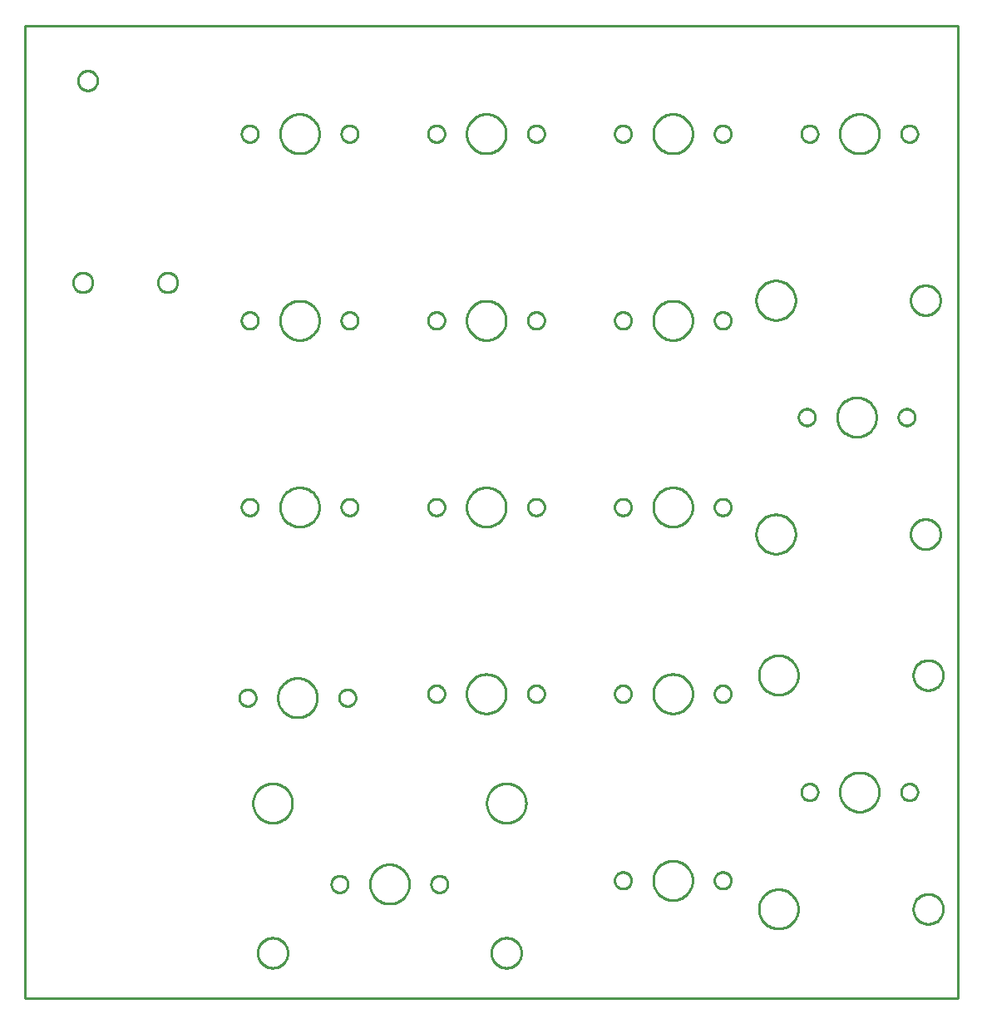
<source format=gbr>
G04 EAGLE Gerber RS-274X export*
G75*
%MOMM*%
%FSLAX34Y34*%
%LPD*%
%IN*%
%IPPOS*%
%AMOC8*
5,1,8,0,0,1.08239X$1,22.5*%
G01*
%ADD10C,0.254000*%


D10*
X10000Y60000D02*
X960000Y60000D01*
X960000Y1050000D01*
X10000Y1050000D01*
X10000Y60000D01*
X84179Y993630D02*
X84103Y992760D01*
X83951Y991900D01*
X83725Y991057D01*
X83427Y990236D01*
X83058Y989445D01*
X82621Y988689D01*
X82120Y987973D01*
X81559Y987304D01*
X80941Y986687D01*
X80273Y986126D01*
X79557Y985625D01*
X78801Y985188D01*
X78010Y984819D01*
X77189Y984520D01*
X76346Y984294D01*
X75486Y984143D01*
X74616Y984067D01*
X73742Y984067D01*
X72873Y984143D01*
X72013Y984294D01*
X71169Y984520D01*
X70349Y984819D01*
X69557Y985188D01*
X68801Y985625D01*
X68086Y986126D01*
X67417Y986687D01*
X66799Y987304D01*
X66238Y987973D01*
X65737Y988689D01*
X65301Y989445D01*
X64932Y990236D01*
X64633Y991057D01*
X64407Y991900D01*
X64255Y992760D01*
X64179Y993630D01*
X64179Y994503D01*
X64255Y995373D01*
X64407Y996233D01*
X64633Y997077D01*
X64932Y997897D01*
X65301Y998689D01*
X65737Y999445D01*
X66238Y1000160D01*
X66799Y1000829D01*
X67417Y1001446D01*
X68086Y1002008D01*
X68801Y1002509D01*
X69557Y1002945D01*
X70349Y1003314D01*
X71169Y1003613D01*
X72013Y1003839D01*
X72873Y1003991D01*
X73742Y1004067D01*
X74616Y1004067D01*
X75486Y1003991D01*
X76346Y1003839D01*
X77189Y1003613D01*
X78010Y1003314D01*
X78801Y1002945D01*
X79557Y1002509D01*
X80273Y1002008D01*
X80941Y1001446D01*
X81559Y1000829D01*
X82120Y1000160D01*
X82621Y999445D01*
X83058Y998689D01*
X83427Y997897D01*
X83725Y997077D01*
X83951Y996233D01*
X84103Y995373D01*
X84179Y994503D01*
X84179Y993630D01*
X79199Y788230D02*
X79123Y787360D01*
X78971Y786500D01*
X78745Y785657D01*
X78447Y784836D01*
X78078Y784045D01*
X77641Y783289D01*
X77140Y782573D01*
X76579Y781904D01*
X75961Y781287D01*
X75293Y780726D01*
X74577Y780225D01*
X73821Y779788D01*
X73030Y779419D01*
X72209Y779120D01*
X71366Y778894D01*
X70506Y778743D01*
X69636Y778667D01*
X68762Y778667D01*
X67893Y778743D01*
X67033Y778894D01*
X66189Y779120D01*
X65369Y779419D01*
X64577Y779788D01*
X63821Y780225D01*
X63106Y780726D01*
X62437Y781287D01*
X61819Y781904D01*
X61258Y782573D01*
X60757Y783289D01*
X60321Y784045D01*
X59952Y784836D01*
X59653Y785657D01*
X59427Y786500D01*
X59275Y787360D01*
X59199Y788230D01*
X59199Y789103D01*
X59275Y789973D01*
X59427Y790833D01*
X59653Y791677D01*
X59952Y792497D01*
X60321Y793289D01*
X60757Y794045D01*
X61258Y794760D01*
X61819Y795429D01*
X62437Y796046D01*
X63106Y796608D01*
X63821Y797109D01*
X64577Y797545D01*
X65369Y797914D01*
X66189Y798213D01*
X67033Y798439D01*
X67893Y798591D01*
X68762Y798667D01*
X69636Y798667D01*
X70506Y798591D01*
X71366Y798439D01*
X72209Y798213D01*
X73030Y797914D01*
X73821Y797545D01*
X74577Y797109D01*
X75293Y796608D01*
X75961Y796046D01*
X76579Y795429D01*
X77140Y794760D01*
X77641Y794045D01*
X78078Y793289D01*
X78447Y792497D01*
X78745Y791677D01*
X78971Y790833D01*
X79123Y789973D01*
X79199Y789103D01*
X79199Y788230D01*
X165559Y788230D02*
X165483Y787360D01*
X165331Y786500D01*
X165105Y785657D01*
X164807Y784836D01*
X164438Y784045D01*
X164001Y783289D01*
X163500Y782573D01*
X162939Y781904D01*
X162321Y781287D01*
X161653Y780726D01*
X160937Y780225D01*
X160181Y779788D01*
X159390Y779419D01*
X158569Y779120D01*
X157726Y778894D01*
X156866Y778743D01*
X155996Y778667D01*
X155122Y778667D01*
X154253Y778743D01*
X153393Y778894D01*
X152549Y779120D01*
X151729Y779419D01*
X150937Y779788D01*
X150181Y780225D01*
X149466Y780726D01*
X148797Y781287D01*
X148179Y781904D01*
X147618Y782573D01*
X147117Y783289D01*
X146681Y784045D01*
X146312Y784836D01*
X146013Y785657D01*
X145787Y786500D01*
X145635Y787360D01*
X145559Y788230D01*
X145559Y789103D01*
X145635Y789973D01*
X145787Y790833D01*
X146013Y791677D01*
X146312Y792497D01*
X146681Y793289D01*
X147117Y794045D01*
X147618Y794760D01*
X148179Y795429D01*
X148797Y796046D01*
X149466Y796608D01*
X150181Y797109D01*
X150937Y797545D01*
X151729Y797914D01*
X152549Y798213D01*
X153393Y798439D01*
X154253Y798591D01*
X155122Y798667D01*
X155996Y798667D01*
X156866Y798591D01*
X157726Y798439D01*
X158569Y798213D01*
X159390Y797914D01*
X160181Y797545D01*
X160937Y797109D01*
X161653Y796608D01*
X162321Y796046D01*
X162939Y795429D01*
X163500Y794760D01*
X164001Y794045D01*
X164438Y793289D01*
X164807Y792497D01*
X165105Y791677D01*
X165331Y790833D01*
X165483Y789973D01*
X165559Y789103D01*
X165559Y788230D01*
X310000Y939396D02*
X309927Y938189D01*
X309781Y936989D01*
X309563Y935800D01*
X309274Y934627D01*
X308915Y933473D01*
X308486Y932343D01*
X307990Y931241D01*
X307428Y930170D01*
X306803Y929136D01*
X306116Y928141D01*
X305371Y927190D01*
X304569Y926285D01*
X303715Y925431D01*
X302810Y924629D01*
X301859Y923884D01*
X300864Y923197D01*
X299830Y922572D01*
X298759Y922010D01*
X297657Y921514D01*
X296527Y921085D01*
X295373Y920726D01*
X294200Y920437D01*
X293011Y920219D01*
X291811Y920073D01*
X290604Y920000D01*
X289396Y920000D01*
X288189Y920073D01*
X286989Y920219D01*
X285800Y920437D01*
X284627Y920726D01*
X283473Y921085D01*
X282343Y921514D01*
X281241Y922010D01*
X280170Y922572D01*
X279136Y923197D01*
X278141Y923884D01*
X277190Y924629D01*
X276285Y925431D01*
X275431Y926285D01*
X274629Y927190D01*
X273884Y928141D01*
X273197Y929136D01*
X272572Y930170D01*
X272010Y931241D01*
X271514Y932343D01*
X271085Y933473D01*
X270726Y934627D01*
X270437Y935800D01*
X270219Y936989D01*
X270073Y938189D01*
X270000Y939396D01*
X270000Y940604D01*
X270073Y941811D01*
X270219Y943011D01*
X270437Y944200D01*
X270726Y945373D01*
X271085Y946527D01*
X271514Y947657D01*
X272010Y948759D01*
X272572Y949830D01*
X273197Y950864D01*
X273884Y951859D01*
X274629Y952810D01*
X275431Y953715D01*
X276285Y954569D01*
X277190Y955371D01*
X278141Y956116D01*
X279136Y956803D01*
X280170Y957428D01*
X281241Y957990D01*
X282343Y958486D01*
X283473Y958915D01*
X284627Y959274D01*
X285800Y959563D01*
X286989Y959781D01*
X288189Y959927D01*
X289396Y960000D01*
X290604Y960000D01*
X291811Y959927D01*
X293011Y959781D01*
X294200Y959563D01*
X295373Y959274D01*
X296527Y958915D01*
X297657Y958486D01*
X298759Y957990D01*
X299830Y957428D01*
X300864Y956803D01*
X301859Y956116D01*
X302810Y955371D01*
X303715Y954569D01*
X304569Y953715D01*
X305371Y952810D01*
X306116Y951859D01*
X306803Y950864D01*
X307428Y949830D01*
X307990Y948759D01*
X308486Y947657D01*
X308915Y946527D01*
X309274Y945373D01*
X309563Y944200D01*
X309781Y943011D01*
X309927Y941811D01*
X310000Y940604D01*
X310000Y939396D01*
X247700Y939629D02*
X247635Y938889D01*
X247506Y938159D01*
X247314Y937442D01*
X247060Y936744D01*
X246747Y936071D01*
X246376Y935429D01*
X245950Y934821D01*
X245473Y934252D01*
X244948Y933727D01*
X244379Y933250D01*
X243771Y932824D01*
X243129Y932453D01*
X242456Y932140D01*
X241758Y931886D01*
X241042Y931694D01*
X240311Y931565D01*
X239571Y931500D01*
X238829Y931500D01*
X238089Y931565D01*
X237359Y931694D01*
X236642Y931886D01*
X235944Y932140D01*
X235271Y932453D01*
X234629Y932824D01*
X234021Y933250D01*
X233452Y933727D01*
X232927Y934252D01*
X232450Y934821D01*
X232024Y935429D01*
X231653Y936071D01*
X231340Y936744D01*
X231086Y937442D01*
X230894Y938159D01*
X230765Y938889D01*
X230700Y939629D01*
X230700Y940371D01*
X230765Y941111D01*
X230894Y941842D01*
X231086Y942558D01*
X231340Y943256D01*
X231653Y943929D01*
X232024Y944571D01*
X232450Y945179D01*
X232927Y945748D01*
X233452Y946273D01*
X234021Y946750D01*
X234629Y947176D01*
X235271Y947547D01*
X235944Y947860D01*
X236642Y948114D01*
X237359Y948306D01*
X238089Y948435D01*
X238829Y948500D01*
X239571Y948500D01*
X240311Y948435D01*
X241042Y948306D01*
X241758Y948114D01*
X242456Y947860D01*
X243129Y947547D01*
X243771Y947176D01*
X244379Y946750D01*
X244948Y946273D01*
X245473Y945748D01*
X245950Y945179D01*
X246376Y944571D01*
X246747Y943929D01*
X247060Y943256D01*
X247314Y942558D01*
X247506Y941842D01*
X247635Y941111D01*
X247700Y940371D01*
X247700Y939629D01*
X349300Y939629D02*
X349235Y938889D01*
X349106Y938159D01*
X348914Y937442D01*
X348660Y936744D01*
X348347Y936071D01*
X347976Y935429D01*
X347550Y934821D01*
X347073Y934252D01*
X346548Y933727D01*
X345979Y933250D01*
X345371Y932824D01*
X344729Y932453D01*
X344056Y932140D01*
X343358Y931886D01*
X342642Y931694D01*
X341911Y931565D01*
X341171Y931500D01*
X340429Y931500D01*
X339689Y931565D01*
X338959Y931694D01*
X338242Y931886D01*
X337544Y932140D01*
X336871Y932453D01*
X336229Y932824D01*
X335621Y933250D01*
X335052Y933727D01*
X334527Y934252D01*
X334050Y934821D01*
X333624Y935429D01*
X333253Y936071D01*
X332940Y936744D01*
X332686Y937442D01*
X332494Y938159D01*
X332365Y938889D01*
X332300Y939629D01*
X332300Y940371D01*
X332365Y941111D01*
X332494Y941842D01*
X332686Y942558D01*
X332940Y943256D01*
X333253Y943929D01*
X333624Y944571D01*
X334050Y945179D01*
X334527Y945748D01*
X335052Y946273D01*
X335621Y946750D01*
X336229Y947176D01*
X336871Y947547D01*
X337544Y947860D01*
X338242Y948114D01*
X338959Y948306D01*
X339689Y948435D01*
X340429Y948500D01*
X341171Y948500D01*
X341911Y948435D01*
X342642Y948306D01*
X343358Y948114D01*
X344056Y947860D01*
X344729Y947547D01*
X345371Y947176D01*
X345979Y946750D01*
X346548Y946273D01*
X347073Y945748D01*
X347550Y945179D01*
X347976Y944571D01*
X348347Y943929D01*
X348660Y943256D01*
X348914Y942558D01*
X349106Y941842D01*
X349235Y941111D01*
X349300Y940371D01*
X349300Y939629D01*
X500000Y939396D02*
X499927Y938189D01*
X499781Y936989D01*
X499563Y935800D01*
X499274Y934627D01*
X498915Y933473D01*
X498486Y932343D01*
X497990Y931241D01*
X497428Y930170D01*
X496803Y929136D01*
X496116Y928141D01*
X495371Y927190D01*
X494569Y926285D01*
X493715Y925431D01*
X492810Y924629D01*
X491859Y923884D01*
X490864Y923197D01*
X489830Y922572D01*
X488759Y922010D01*
X487657Y921514D01*
X486527Y921085D01*
X485373Y920726D01*
X484200Y920437D01*
X483011Y920219D01*
X481811Y920073D01*
X480604Y920000D01*
X479396Y920000D01*
X478189Y920073D01*
X476989Y920219D01*
X475800Y920437D01*
X474627Y920726D01*
X473473Y921085D01*
X472343Y921514D01*
X471241Y922010D01*
X470170Y922572D01*
X469136Y923197D01*
X468141Y923884D01*
X467190Y924629D01*
X466285Y925431D01*
X465431Y926285D01*
X464629Y927190D01*
X463884Y928141D01*
X463197Y929136D01*
X462572Y930170D01*
X462010Y931241D01*
X461514Y932343D01*
X461085Y933473D01*
X460726Y934627D01*
X460437Y935800D01*
X460219Y936989D01*
X460073Y938189D01*
X460000Y939396D01*
X460000Y940604D01*
X460073Y941811D01*
X460219Y943011D01*
X460437Y944200D01*
X460726Y945373D01*
X461085Y946527D01*
X461514Y947657D01*
X462010Y948759D01*
X462572Y949830D01*
X463197Y950864D01*
X463884Y951859D01*
X464629Y952810D01*
X465431Y953715D01*
X466285Y954569D01*
X467190Y955371D01*
X468141Y956116D01*
X469136Y956803D01*
X470170Y957428D01*
X471241Y957990D01*
X472343Y958486D01*
X473473Y958915D01*
X474627Y959274D01*
X475800Y959563D01*
X476989Y959781D01*
X478189Y959927D01*
X479396Y960000D01*
X480604Y960000D01*
X481811Y959927D01*
X483011Y959781D01*
X484200Y959563D01*
X485373Y959274D01*
X486527Y958915D01*
X487657Y958486D01*
X488759Y957990D01*
X489830Y957428D01*
X490864Y956803D01*
X491859Y956116D01*
X492810Y955371D01*
X493715Y954569D01*
X494569Y953715D01*
X495371Y952810D01*
X496116Y951859D01*
X496803Y950864D01*
X497428Y949830D01*
X497990Y948759D01*
X498486Y947657D01*
X498915Y946527D01*
X499274Y945373D01*
X499563Y944200D01*
X499781Y943011D01*
X499927Y941811D01*
X500000Y940604D01*
X500000Y939396D01*
X437700Y939629D02*
X437635Y938889D01*
X437506Y938159D01*
X437314Y937442D01*
X437060Y936744D01*
X436747Y936071D01*
X436376Y935429D01*
X435950Y934821D01*
X435473Y934252D01*
X434948Y933727D01*
X434379Y933250D01*
X433771Y932824D01*
X433129Y932453D01*
X432456Y932140D01*
X431758Y931886D01*
X431042Y931694D01*
X430311Y931565D01*
X429571Y931500D01*
X428829Y931500D01*
X428089Y931565D01*
X427359Y931694D01*
X426642Y931886D01*
X425944Y932140D01*
X425271Y932453D01*
X424629Y932824D01*
X424021Y933250D01*
X423452Y933727D01*
X422927Y934252D01*
X422450Y934821D01*
X422024Y935429D01*
X421653Y936071D01*
X421340Y936744D01*
X421086Y937442D01*
X420894Y938159D01*
X420765Y938889D01*
X420700Y939629D01*
X420700Y940371D01*
X420765Y941111D01*
X420894Y941842D01*
X421086Y942558D01*
X421340Y943256D01*
X421653Y943929D01*
X422024Y944571D01*
X422450Y945179D01*
X422927Y945748D01*
X423452Y946273D01*
X424021Y946750D01*
X424629Y947176D01*
X425271Y947547D01*
X425944Y947860D01*
X426642Y948114D01*
X427359Y948306D01*
X428089Y948435D01*
X428829Y948500D01*
X429571Y948500D01*
X430311Y948435D01*
X431042Y948306D01*
X431758Y948114D01*
X432456Y947860D01*
X433129Y947547D01*
X433771Y947176D01*
X434379Y946750D01*
X434948Y946273D01*
X435473Y945748D01*
X435950Y945179D01*
X436376Y944571D01*
X436747Y943929D01*
X437060Y943256D01*
X437314Y942558D01*
X437506Y941842D01*
X437635Y941111D01*
X437700Y940371D01*
X437700Y939629D01*
X539300Y939629D02*
X539235Y938889D01*
X539106Y938159D01*
X538914Y937442D01*
X538660Y936744D01*
X538347Y936071D01*
X537976Y935429D01*
X537550Y934821D01*
X537073Y934252D01*
X536548Y933727D01*
X535979Y933250D01*
X535371Y932824D01*
X534729Y932453D01*
X534056Y932140D01*
X533358Y931886D01*
X532642Y931694D01*
X531911Y931565D01*
X531171Y931500D01*
X530429Y931500D01*
X529689Y931565D01*
X528959Y931694D01*
X528242Y931886D01*
X527544Y932140D01*
X526871Y932453D01*
X526229Y932824D01*
X525621Y933250D01*
X525052Y933727D01*
X524527Y934252D01*
X524050Y934821D01*
X523624Y935429D01*
X523253Y936071D01*
X522940Y936744D01*
X522686Y937442D01*
X522494Y938159D01*
X522365Y938889D01*
X522300Y939629D01*
X522300Y940371D01*
X522365Y941111D01*
X522494Y941842D01*
X522686Y942558D01*
X522940Y943256D01*
X523253Y943929D01*
X523624Y944571D01*
X524050Y945179D01*
X524527Y945748D01*
X525052Y946273D01*
X525621Y946750D01*
X526229Y947176D01*
X526871Y947547D01*
X527544Y947860D01*
X528242Y948114D01*
X528959Y948306D01*
X529689Y948435D01*
X530429Y948500D01*
X531171Y948500D01*
X531911Y948435D01*
X532642Y948306D01*
X533358Y948114D01*
X534056Y947860D01*
X534729Y947547D01*
X535371Y947176D01*
X535979Y946750D01*
X536548Y946273D01*
X537073Y945748D01*
X537550Y945179D01*
X537976Y944571D01*
X538347Y943929D01*
X538660Y943256D01*
X538914Y942558D01*
X539106Y941842D01*
X539235Y941111D01*
X539300Y940371D01*
X539300Y939629D01*
X690000Y939396D02*
X689927Y938189D01*
X689781Y936989D01*
X689563Y935800D01*
X689274Y934627D01*
X688915Y933473D01*
X688486Y932343D01*
X687990Y931241D01*
X687428Y930170D01*
X686803Y929136D01*
X686116Y928141D01*
X685371Y927190D01*
X684569Y926285D01*
X683715Y925431D01*
X682810Y924629D01*
X681859Y923884D01*
X680864Y923197D01*
X679830Y922572D01*
X678759Y922010D01*
X677657Y921514D01*
X676527Y921085D01*
X675373Y920726D01*
X674200Y920437D01*
X673011Y920219D01*
X671811Y920073D01*
X670604Y920000D01*
X669396Y920000D01*
X668189Y920073D01*
X666989Y920219D01*
X665800Y920437D01*
X664627Y920726D01*
X663473Y921085D01*
X662343Y921514D01*
X661241Y922010D01*
X660170Y922572D01*
X659136Y923197D01*
X658141Y923884D01*
X657190Y924629D01*
X656285Y925431D01*
X655431Y926285D01*
X654629Y927190D01*
X653884Y928141D01*
X653197Y929136D01*
X652572Y930170D01*
X652010Y931241D01*
X651514Y932343D01*
X651085Y933473D01*
X650726Y934627D01*
X650437Y935800D01*
X650219Y936989D01*
X650073Y938189D01*
X650000Y939396D01*
X650000Y940604D01*
X650073Y941811D01*
X650219Y943011D01*
X650437Y944200D01*
X650726Y945373D01*
X651085Y946527D01*
X651514Y947657D01*
X652010Y948759D01*
X652572Y949830D01*
X653197Y950864D01*
X653884Y951859D01*
X654629Y952810D01*
X655431Y953715D01*
X656285Y954569D01*
X657190Y955371D01*
X658141Y956116D01*
X659136Y956803D01*
X660170Y957428D01*
X661241Y957990D01*
X662343Y958486D01*
X663473Y958915D01*
X664627Y959274D01*
X665800Y959563D01*
X666989Y959781D01*
X668189Y959927D01*
X669396Y960000D01*
X670604Y960000D01*
X671811Y959927D01*
X673011Y959781D01*
X674200Y959563D01*
X675373Y959274D01*
X676527Y958915D01*
X677657Y958486D01*
X678759Y957990D01*
X679830Y957428D01*
X680864Y956803D01*
X681859Y956116D01*
X682810Y955371D01*
X683715Y954569D01*
X684569Y953715D01*
X685371Y952810D01*
X686116Y951859D01*
X686803Y950864D01*
X687428Y949830D01*
X687990Y948759D01*
X688486Y947657D01*
X688915Y946527D01*
X689274Y945373D01*
X689563Y944200D01*
X689781Y943011D01*
X689927Y941811D01*
X690000Y940604D01*
X690000Y939396D01*
X627700Y939629D02*
X627635Y938889D01*
X627506Y938159D01*
X627314Y937442D01*
X627060Y936744D01*
X626747Y936071D01*
X626376Y935429D01*
X625950Y934821D01*
X625473Y934252D01*
X624948Y933727D01*
X624379Y933250D01*
X623771Y932824D01*
X623129Y932453D01*
X622456Y932140D01*
X621758Y931886D01*
X621042Y931694D01*
X620311Y931565D01*
X619571Y931500D01*
X618829Y931500D01*
X618089Y931565D01*
X617359Y931694D01*
X616642Y931886D01*
X615944Y932140D01*
X615271Y932453D01*
X614629Y932824D01*
X614021Y933250D01*
X613452Y933727D01*
X612927Y934252D01*
X612450Y934821D01*
X612024Y935429D01*
X611653Y936071D01*
X611340Y936744D01*
X611086Y937442D01*
X610894Y938159D01*
X610765Y938889D01*
X610700Y939629D01*
X610700Y940371D01*
X610765Y941111D01*
X610894Y941842D01*
X611086Y942558D01*
X611340Y943256D01*
X611653Y943929D01*
X612024Y944571D01*
X612450Y945179D01*
X612927Y945748D01*
X613452Y946273D01*
X614021Y946750D01*
X614629Y947176D01*
X615271Y947547D01*
X615944Y947860D01*
X616642Y948114D01*
X617359Y948306D01*
X618089Y948435D01*
X618829Y948500D01*
X619571Y948500D01*
X620311Y948435D01*
X621042Y948306D01*
X621758Y948114D01*
X622456Y947860D01*
X623129Y947547D01*
X623771Y947176D01*
X624379Y946750D01*
X624948Y946273D01*
X625473Y945748D01*
X625950Y945179D01*
X626376Y944571D01*
X626747Y943929D01*
X627060Y943256D01*
X627314Y942558D01*
X627506Y941842D01*
X627635Y941111D01*
X627700Y940371D01*
X627700Y939629D01*
X729300Y939629D02*
X729235Y938889D01*
X729106Y938159D01*
X728914Y937442D01*
X728660Y936744D01*
X728347Y936071D01*
X727976Y935429D01*
X727550Y934821D01*
X727073Y934252D01*
X726548Y933727D01*
X725979Y933250D01*
X725371Y932824D01*
X724729Y932453D01*
X724056Y932140D01*
X723358Y931886D01*
X722642Y931694D01*
X721911Y931565D01*
X721171Y931500D01*
X720429Y931500D01*
X719689Y931565D01*
X718959Y931694D01*
X718242Y931886D01*
X717544Y932140D01*
X716871Y932453D01*
X716229Y932824D01*
X715621Y933250D01*
X715052Y933727D01*
X714527Y934252D01*
X714050Y934821D01*
X713624Y935429D01*
X713253Y936071D01*
X712940Y936744D01*
X712686Y937442D01*
X712494Y938159D01*
X712365Y938889D01*
X712300Y939629D01*
X712300Y940371D01*
X712365Y941111D01*
X712494Y941842D01*
X712686Y942558D01*
X712940Y943256D01*
X713253Y943929D01*
X713624Y944571D01*
X714050Y945179D01*
X714527Y945748D01*
X715052Y946273D01*
X715621Y946750D01*
X716229Y947176D01*
X716871Y947547D01*
X717544Y947860D01*
X718242Y948114D01*
X718959Y948306D01*
X719689Y948435D01*
X720429Y948500D01*
X721171Y948500D01*
X721911Y948435D01*
X722642Y948306D01*
X723358Y948114D01*
X724056Y947860D01*
X724729Y947547D01*
X725371Y947176D01*
X725979Y946750D01*
X726548Y946273D01*
X727073Y945748D01*
X727550Y945179D01*
X727976Y944571D01*
X728347Y943929D01*
X728660Y943256D01*
X728914Y942558D01*
X729106Y941842D01*
X729235Y941111D01*
X729300Y940371D01*
X729300Y939629D01*
X880000Y939396D02*
X879927Y938189D01*
X879781Y936989D01*
X879563Y935800D01*
X879274Y934627D01*
X878915Y933473D01*
X878486Y932343D01*
X877990Y931241D01*
X877428Y930170D01*
X876803Y929136D01*
X876116Y928141D01*
X875371Y927190D01*
X874569Y926285D01*
X873715Y925431D01*
X872810Y924629D01*
X871859Y923884D01*
X870864Y923197D01*
X869830Y922572D01*
X868759Y922010D01*
X867657Y921514D01*
X866527Y921085D01*
X865373Y920726D01*
X864200Y920437D01*
X863011Y920219D01*
X861811Y920073D01*
X860604Y920000D01*
X859396Y920000D01*
X858189Y920073D01*
X856989Y920219D01*
X855800Y920437D01*
X854627Y920726D01*
X853473Y921085D01*
X852343Y921514D01*
X851241Y922010D01*
X850170Y922572D01*
X849136Y923197D01*
X848141Y923884D01*
X847190Y924629D01*
X846285Y925431D01*
X845431Y926285D01*
X844629Y927190D01*
X843884Y928141D01*
X843197Y929136D01*
X842572Y930170D01*
X842010Y931241D01*
X841514Y932343D01*
X841085Y933473D01*
X840726Y934627D01*
X840437Y935800D01*
X840219Y936989D01*
X840073Y938189D01*
X840000Y939396D01*
X840000Y940604D01*
X840073Y941811D01*
X840219Y943011D01*
X840437Y944200D01*
X840726Y945373D01*
X841085Y946527D01*
X841514Y947657D01*
X842010Y948759D01*
X842572Y949830D01*
X843197Y950864D01*
X843884Y951859D01*
X844629Y952810D01*
X845431Y953715D01*
X846285Y954569D01*
X847190Y955371D01*
X848141Y956116D01*
X849136Y956803D01*
X850170Y957428D01*
X851241Y957990D01*
X852343Y958486D01*
X853473Y958915D01*
X854627Y959274D01*
X855800Y959563D01*
X856989Y959781D01*
X858189Y959927D01*
X859396Y960000D01*
X860604Y960000D01*
X861811Y959927D01*
X863011Y959781D01*
X864200Y959563D01*
X865373Y959274D01*
X866527Y958915D01*
X867657Y958486D01*
X868759Y957990D01*
X869830Y957428D01*
X870864Y956803D01*
X871859Y956116D01*
X872810Y955371D01*
X873715Y954569D01*
X874569Y953715D01*
X875371Y952810D01*
X876116Y951859D01*
X876803Y950864D01*
X877428Y949830D01*
X877990Y948759D01*
X878486Y947657D01*
X878915Y946527D01*
X879274Y945373D01*
X879563Y944200D01*
X879781Y943011D01*
X879927Y941811D01*
X880000Y940604D01*
X880000Y939396D01*
X817700Y939629D02*
X817635Y938889D01*
X817506Y938159D01*
X817314Y937442D01*
X817060Y936744D01*
X816747Y936071D01*
X816376Y935429D01*
X815950Y934821D01*
X815473Y934252D01*
X814948Y933727D01*
X814379Y933250D01*
X813771Y932824D01*
X813129Y932453D01*
X812456Y932140D01*
X811758Y931886D01*
X811042Y931694D01*
X810311Y931565D01*
X809571Y931500D01*
X808829Y931500D01*
X808089Y931565D01*
X807359Y931694D01*
X806642Y931886D01*
X805944Y932140D01*
X805271Y932453D01*
X804629Y932824D01*
X804021Y933250D01*
X803452Y933727D01*
X802927Y934252D01*
X802450Y934821D01*
X802024Y935429D01*
X801653Y936071D01*
X801340Y936744D01*
X801086Y937442D01*
X800894Y938159D01*
X800765Y938889D01*
X800700Y939629D01*
X800700Y940371D01*
X800765Y941111D01*
X800894Y941842D01*
X801086Y942558D01*
X801340Y943256D01*
X801653Y943929D01*
X802024Y944571D01*
X802450Y945179D01*
X802927Y945748D01*
X803452Y946273D01*
X804021Y946750D01*
X804629Y947176D01*
X805271Y947547D01*
X805944Y947860D01*
X806642Y948114D01*
X807359Y948306D01*
X808089Y948435D01*
X808829Y948500D01*
X809571Y948500D01*
X810311Y948435D01*
X811042Y948306D01*
X811758Y948114D01*
X812456Y947860D01*
X813129Y947547D01*
X813771Y947176D01*
X814379Y946750D01*
X814948Y946273D01*
X815473Y945748D01*
X815950Y945179D01*
X816376Y944571D01*
X816747Y943929D01*
X817060Y943256D01*
X817314Y942558D01*
X817506Y941842D01*
X817635Y941111D01*
X817700Y940371D01*
X817700Y939629D01*
X919300Y939629D02*
X919235Y938889D01*
X919106Y938159D01*
X918914Y937442D01*
X918660Y936744D01*
X918347Y936071D01*
X917976Y935429D01*
X917550Y934821D01*
X917073Y934252D01*
X916548Y933727D01*
X915979Y933250D01*
X915371Y932824D01*
X914729Y932453D01*
X914056Y932140D01*
X913358Y931886D01*
X912642Y931694D01*
X911911Y931565D01*
X911171Y931500D01*
X910429Y931500D01*
X909689Y931565D01*
X908959Y931694D01*
X908242Y931886D01*
X907544Y932140D01*
X906871Y932453D01*
X906229Y932824D01*
X905621Y933250D01*
X905052Y933727D01*
X904527Y934252D01*
X904050Y934821D01*
X903624Y935429D01*
X903253Y936071D01*
X902940Y936744D01*
X902686Y937442D01*
X902494Y938159D01*
X902365Y938889D01*
X902300Y939629D01*
X902300Y940371D01*
X902365Y941111D01*
X902494Y941842D01*
X902686Y942558D01*
X902940Y943256D01*
X903253Y943929D01*
X903624Y944571D01*
X904050Y945179D01*
X904527Y945748D01*
X905052Y946273D01*
X905621Y946750D01*
X906229Y947176D01*
X906871Y947547D01*
X907544Y947860D01*
X908242Y948114D01*
X908959Y948306D01*
X909689Y948435D01*
X910429Y948500D01*
X911171Y948500D01*
X911911Y948435D01*
X912642Y948306D01*
X913358Y948114D01*
X914056Y947860D01*
X914729Y947547D01*
X915371Y947176D01*
X915979Y946750D01*
X916548Y946273D01*
X917073Y945748D01*
X917550Y945179D01*
X917976Y944571D01*
X918347Y943929D01*
X918660Y943256D01*
X918914Y942558D01*
X919106Y941842D01*
X919235Y941111D01*
X919300Y940371D01*
X919300Y939629D01*
X310000Y749396D02*
X309927Y748189D01*
X309781Y746989D01*
X309563Y745800D01*
X309274Y744627D01*
X308915Y743473D01*
X308486Y742343D01*
X307990Y741241D01*
X307428Y740170D01*
X306803Y739136D01*
X306116Y738141D01*
X305371Y737190D01*
X304569Y736285D01*
X303715Y735431D01*
X302810Y734629D01*
X301859Y733884D01*
X300864Y733197D01*
X299830Y732572D01*
X298759Y732010D01*
X297657Y731514D01*
X296527Y731085D01*
X295373Y730726D01*
X294200Y730437D01*
X293011Y730219D01*
X291811Y730073D01*
X290604Y730000D01*
X289396Y730000D01*
X288189Y730073D01*
X286989Y730219D01*
X285800Y730437D01*
X284627Y730726D01*
X283473Y731085D01*
X282343Y731514D01*
X281241Y732010D01*
X280170Y732572D01*
X279136Y733197D01*
X278141Y733884D01*
X277190Y734629D01*
X276285Y735431D01*
X275431Y736285D01*
X274629Y737190D01*
X273884Y738141D01*
X273197Y739136D01*
X272572Y740170D01*
X272010Y741241D01*
X271514Y742343D01*
X271085Y743473D01*
X270726Y744627D01*
X270437Y745800D01*
X270219Y746989D01*
X270073Y748189D01*
X270000Y749396D01*
X270000Y750604D01*
X270073Y751811D01*
X270219Y753011D01*
X270437Y754200D01*
X270726Y755373D01*
X271085Y756527D01*
X271514Y757657D01*
X272010Y758759D01*
X272572Y759830D01*
X273197Y760864D01*
X273884Y761859D01*
X274629Y762810D01*
X275431Y763715D01*
X276285Y764569D01*
X277190Y765371D01*
X278141Y766116D01*
X279136Y766803D01*
X280170Y767428D01*
X281241Y767990D01*
X282343Y768486D01*
X283473Y768915D01*
X284627Y769274D01*
X285800Y769563D01*
X286989Y769781D01*
X288189Y769927D01*
X289396Y770000D01*
X290604Y770000D01*
X291811Y769927D01*
X293011Y769781D01*
X294200Y769563D01*
X295373Y769274D01*
X296527Y768915D01*
X297657Y768486D01*
X298759Y767990D01*
X299830Y767428D01*
X300864Y766803D01*
X301859Y766116D01*
X302810Y765371D01*
X303715Y764569D01*
X304569Y763715D01*
X305371Y762810D01*
X306116Y761859D01*
X306803Y760864D01*
X307428Y759830D01*
X307990Y758759D01*
X308486Y757657D01*
X308915Y756527D01*
X309274Y755373D01*
X309563Y754200D01*
X309781Y753011D01*
X309927Y751811D01*
X310000Y750604D01*
X310000Y749396D01*
X247700Y749629D02*
X247635Y748889D01*
X247506Y748159D01*
X247314Y747442D01*
X247060Y746744D01*
X246747Y746071D01*
X246376Y745429D01*
X245950Y744821D01*
X245473Y744252D01*
X244948Y743727D01*
X244379Y743250D01*
X243771Y742824D01*
X243129Y742453D01*
X242456Y742140D01*
X241758Y741886D01*
X241042Y741694D01*
X240311Y741565D01*
X239571Y741500D01*
X238829Y741500D01*
X238089Y741565D01*
X237359Y741694D01*
X236642Y741886D01*
X235944Y742140D01*
X235271Y742453D01*
X234629Y742824D01*
X234021Y743250D01*
X233452Y743727D01*
X232927Y744252D01*
X232450Y744821D01*
X232024Y745429D01*
X231653Y746071D01*
X231340Y746744D01*
X231086Y747442D01*
X230894Y748159D01*
X230765Y748889D01*
X230700Y749629D01*
X230700Y750371D01*
X230765Y751111D01*
X230894Y751842D01*
X231086Y752558D01*
X231340Y753256D01*
X231653Y753929D01*
X232024Y754571D01*
X232450Y755179D01*
X232927Y755748D01*
X233452Y756273D01*
X234021Y756750D01*
X234629Y757176D01*
X235271Y757547D01*
X235944Y757860D01*
X236642Y758114D01*
X237359Y758306D01*
X238089Y758435D01*
X238829Y758500D01*
X239571Y758500D01*
X240311Y758435D01*
X241042Y758306D01*
X241758Y758114D01*
X242456Y757860D01*
X243129Y757547D01*
X243771Y757176D01*
X244379Y756750D01*
X244948Y756273D01*
X245473Y755748D01*
X245950Y755179D01*
X246376Y754571D01*
X246747Y753929D01*
X247060Y753256D01*
X247314Y752558D01*
X247506Y751842D01*
X247635Y751111D01*
X247700Y750371D01*
X247700Y749629D01*
X349300Y749629D02*
X349235Y748889D01*
X349106Y748159D01*
X348914Y747442D01*
X348660Y746744D01*
X348347Y746071D01*
X347976Y745429D01*
X347550Y744821D01*
X347073Y744252D01*
X346548Y743727D01*
X345979Y743250D01*
X345371Y742824D01*
X344729Y742453D01*
X344056Y742140D01*
X343358Y741886D01*
X342642Y741694D01*
X341911Y741565D01*
X341171Y741500D01*
X340429Y741500D01*
X339689Y741565D01*
X338959Y741694D01*
X338242Y741886D01*
X337544Y742140D01*
X336871Y742453D01*
X336229Y742824D01*
X335621Y743250D01*
X335052Y743727D01*
X334527Y744252D01*
X334050Y744821D01*
X333624Y745429D01*
X333253Y746071D01*
X332940Y746744D01*
X332686Y747442D01*
X332494Y748159D01*
X332365Y748889D01*
X332300Y749629D01*
X332300Y750371D01*
X332365Y751111D01*
X332494Y751842D01*
X332686Y752558D01*
X332940Y753256D01*
X333253Y753929D01*
X333624Y754571D01*
X334050Y755179D01*
X334527Y755748D01*
X335052Y756273D01*
X335621Y756750D01*
X336229Y757176D01*
X336871Y757547D01*
X337544Y757860D01*
X338242Y758114D01*
X338959Y758306D01*
X339689Y758435D01*
X340429Y758500D01*
X341171Y758500D01*
X341911Y758435D01*
X342642Y758306D01*
X343358Y758114D01*
X344056Y757860D01*
X344729Y757547D01*
X345371Y757176D01*
X345979Y756750D01*
X346548Y756273D01*
X347073Y755748D01*
X347550Y755179D01*
X347976Y754571D01*
X348347Y753929D01*
X348660Y753256D01*
X348914Y752558D01*
X349106Y751842D01*
X349235Y751111D01*
X349300Y750371D01*
X349300Y749629D01*
X500000Y749396D02*
X499927Y748189D01*
X499781Y746989D01*
X499563Y745800D01*
X499274Y744627D01*
X498915Y743473D01*
X498486Y742343D01*
X497990Y741241D01*
X497428Y740170D01*
X496803Y739136D01*
X496116Y738141D01*
X495371Y737190D01*
X494569Y736285D01*
X493715Y735431D01*
X492810Y734629D01*
X491859Y733884D01*
X490864Y733197D01*
X489830Y732572D01*
X488759Y732010D01*
X487657Y731514D01*
X486527Y731085D01*
X485373Y730726D01*
X484200Y730437D01*
X483011Y730219D01*
X481811Y730073D01*
X480604Y730000D01*
X479396Y730000D01*
X478189Y730073D01*
X476989Y730219D01*
X475800Y730437D01*
X474627Y730726D01*
X473473Y731085D01*
X472343Y731514D01*
X471241Y732010D01*
X470170Y732572D01*
X469136Y733197D01*
X468141Y733884D01*
X467190Y734629D01*
X466285Y735431D01*
X465431Y736285D01*
X464629Y737190D01*
X463884Y738141D01*
X463197Y739136D01*
X462572Y740170D01*
X462010Y741241D01*
X461514Y742343D01*
X461085Y743473D01*
X460726Y744627D01*
X460437Y745800D01*
X460219Y746989D01*
X460073Y748189D01*
X460000Y749396D01*
X460000Y750604D01*
X460073Y751811D01*
X460219Y753011D01*
X460437Y754200D01*
X460726Y755373D01*
X461085Y756527D01*
X461514Y757657D01*
X462010Y758759D01*
X462572Y759830D01*
X463197Y760864D01*
X463884Y761859D01*
X464629Y762810D01*
X465431Y763715D01*
X466285Y764569D01*
X467190Y765371D01*
X468141Y766116D01*
X469136Y766803D01*
X470170Y767428D01*
X471241Y767990D01*
X472343Y768486D01*
X473473Y768915D01*
X474627Y769274D01*
X475800Y769563D01*
X476989Y769781D01*
X478189Y769927D01*
X479396Y770000D01*
X480604Y770000D01*
X481811Y769927D01*
X483011Y769781D01*
X484200Y769563D01*
X485373Y769274D01*
X486527Y768915D01*
X487657Y768486D01*
X488759Y767990D01*
X489830Y767428D01*
X490864Y766803D01*
X491859Y766116D01*
X492810Y765371D01*
X493715Y764569D01*
X494569Y763715D01*
X495371Y762810D01*
X496116Y761859D01*
X496803Y760864D01*
X497428Y759830D01*
X497990Y758759D01*
X498486Y757657D01*
X498915Y756527D01*
X499274Y755373D01*
X499563Y754200D01*
X499781Y753011D01*
X499927Y751811D01*
X500000Y750604D01*
X500000Y749396D01*
X437700Y749629D02*
X437635Y748889D01*
X437506Y748159D01*
X437314Y747442D01*
X437060Y746744D01*
X436747Y746071D01*
X436376Y745429D01*
X435950Y744821D01*
X435473Y744252D01*
X434948Y743727D01*
X434379Y743250D01*
X433771Y742824D01*
X433129Y742453D01*
X432456Y742140D01*
X431758Y741886D01*
X431042Y741694D01*
X430311Y741565D01*
X429571Y741500D01*
X428829Y741500D01*
X428089Y741565D01*
X427359Y741694D01*
X426642Y741886D01*
X425944Y742140D01*
X425271Y742453D01*
X424629Y742824D01*
X424021Y743250D01*
X423452Y743727D01*
X422927Y744252D01*
X422450Y744821D01*
X422024Y745429D01*
X421653Y746071D01*
X421340Y746744D01*
X421086Y747442D01*
X420894Y748159D01*
X420765Y748889D01*
X420700Y749629D01*
X420700Y750371D01*
X420765Y751111D01*
X420894Y751842D01*
X421086Y752558D01*
X421340Y753256D01*
X421653Y753929D01*
X422024Y754571D01*
X422450Y755179D01*
X422927Y755748D01*
X423452Y756273D01*
X424021Y756750D01*
X424629Y757176D01*
X425271Y757547D01*
X425944Y757860D01*
X426642Y758114D01*
X427359Y758306D01*
X428089Y758435D01*
X428829Y758500D01*
X429571Y758500D01*
X430311Y758435D01*
X431042Y758306D01*
X431758Y758114D01*
X432456Y757860D01*
X433129Y757547D01*
X433771Y757176D01*
X434379Y756750D01*
X434948Y756273D01*
X435473Y755748D01*
X435950Y755179D01*
X436376Y754571D01*
X436747Y753929D01*
X437060Y753256D01*
X437314Y752558D01*
X437506Y751842D01*
X437635Y751111D01*
X437700Y750371D01*
X437700Y749629D01*
X539300Y749629D02*
X539235Y748889D01*
X539106Y748159D01*
X538914Y747442D01*
X538660Y746744D01*
X538347Y746071D01*
X537976Y745429D01*
X537550Y744821D01*
X537073Y744252D01*
X536548Y743727D01*
X535979Y743250D01*
X535371Y742824D01*
X534729Y742453D01*
X534056Y742140D01*
X533358Y741886D01*
X532642Y741694D01*
X531911Y741565D01*
X531171Y741500D01*
X530429Y741500D01*
X529689Y741565D01*
X528959Y741694D01*
X528242Y741886D01*
X527544Y742140D01*
X526871Y742453D01*
X526229Y742824D01*
X525621Y743250D01*
X525052Y743727D01*
X524527Y744252D01*
X524050Y744821D01*
X523624Y745429D01*
X523253Y746071D01*
X522940Y746744D01*
X522686Y747442D01*
X522494Y748159D01*
X522365Y748889D01*
X522300Y749629D01*
X522300Y750371D01*
X522365Y751111D01*
X522494Y751842D01*
X522686Y752558D01*
X522940Y753256D01*
X523253Y753929D01*
X523624Y754571D01*
X524050Y755179D01*
X524527Y755748D01*
X525052Y756273D01*
X525621Y756750D01*
X526229Y757176D01*
X526871Y757547D01*
X527544Y757860D01*
X528242Y758114D01*
X528959Y758306D01*
X529689Y758435D01*
X530429Y758500D01*
X531171Y758500D01*
X531911Y758435D01*
X532642Y758306D01*
X533358Y758114D01*
X534056Y757860D01*
X534729Y757547D01*
X535371Y757176D01*
X535979Y756750D01*
X536548Y756273D01*
X537073Y755748D01*
X537550Y755179D01*
X537976Y754571D01*
X538347Y753929D01*
X538660Y753256D01*
X538914Y752558D01*
X539106Y751842D01*
X539235Y751111D01*
X539300Y750371D01*
X539300Y749629D01*
X690000Y749396D02*
X689927Y748189D01*
X689781Y746989D01*
X689563Y745800D01*
X689274Y744627D01*
X688915Y743473D01*
X688486Y742343D01*
X687990Y741241D01*
X687428Y740170D01*
X686803Y739136D01*
X686116Y738141D01*
X685371Y737190D01*
X684569Y736285D01*
X683715Y735431D01*
X682810Y734629D01*
X681859Y733884D01*
X680864Y733197D01*
X679830Y732572D01*
X678759Y732010D01*
X677657Y731514D01*
X676527Y731085D01*
X675373Y730726D01*
X674200Y730437D01*
X673011Y730219D01*
X671811Y730073D01*
X670604Y730000D01*
X669396Y730000D01*
X668189Y730073D01*
X666989Y730219D01*
X665800Y730437D01*
X664627Y730726D01*
X663473Y731085D01*
X662343Y731514D01*
X661241Y732010D01*
X660170Y732572D01*
X659136Y733197D01*
X658141Y733884D01*
X657190Y734629D01*
X656285Y735431D01*
X655431Y736285D01*
X654629Y737190D01*
X653884Y738141D01*
X653197Y739136D01*
X652572Y740170D01*
X652010Y741241D01*
X651514Y742343D01*
X651085Y743473D01*
X650726Y744627D01*
X650437Y745800D01*
X650219Y746989D01*
X650073Y748189D01*
X650000Y749396D01*
X650000Y750604D01*
X650073Y751811D01*
X650219Y753011D01*
X650437Y754200D01*
X650726Y755373D01*
X651085Y756527D01*
X651514Y757657D01*
X652010Y758759D01*
X652572Y759830D01*
X653197Y760864D01*
X653884Y761859D01*
X654629Y762810D01*
X655431Y763715D01*
X656285Y764569D01*
X657190Y765371D01*
X658141Y766116D01*
X659136Y766803D01*
X660170Y767428D01*
X661241Y767990D01*
X662343Y768486D01*
X663473Y768915D01*
X664627Y769274D01*
X665800Y769563D01*
X666989Y769781D01*
X668189Y769927D01*
X669396Y770000D01*
X670604Y770000D01*
X671811Y769927D01*
X673011Y769781D01*
X674200Y769563D01*
X675373Y769274D01*
X676527Y768915D01*
X677657Y768486D01*
X678759Y767990D01*
X679830Y767428D01*
X680864Y766803D01*
X681859Y766116D01*
X682810Y765371D01*
X683715Y764569D01*
X684569Y763715D01*
X685371Y762810D01*
X686116Y761859D01*
X686803Y760864D01*
X687428Y759830D01*
X687990Y758759D01*
X688486Y757657D01*
X688915Y756527D01*
X689274Y755373D01*
X689563Y754200D01*
X689781Y753011D01*
X689927Y751811D01*
X690000Y750604D01*
X690000Y749396D01*
X627700Y749629D02*
X627635Y748889D01*
X627506Y748159D01*
X627314Y747442D01*
X627060Y746744D01*
X626747Y746071D01*
X626376Y745429D01*
X625950Y744821D01*
X625473Y744252D01*
X624948Y743727D01*
X624379Y743250D01*
X623771Y742824D01*
X623129Y742453D01*
X622456Y742140D01*
X621758Y741886D01*
X621042Y741694D01*
X620311Y741565D01*
X619571Y741500D01*
X618829Y741500D01*
X618089Y741565D01*
X617359Y741694D01*
X616642Y741886D01*
X615944Y742140D01*
X615271Y742453D01*
X614629Y742824D01*
X614021Y743250D01*
X613452Y743727D01*
X612927Y744252D01*
X612450Y744821D01*
X612024Y745429D01*
X611653Y746071D01*
X611340Y746744D01*
X611086Y747442D01*
X610894Y748159D01*
X610765Y748889D01*
X610700Y749629D01*
X610700Y750371D01*
X610765Y751111D01*
X610894Y751842D01*
X611086Y752558D01*
X611340Y753256D01*
X611653Y753929D01*
X612024Y754571D01*
X612450Y755179D01*
X612927Y755748D01*
X613452Y756273D01*
X614021Y756750D01*
X614629Y757176D01*
X615271Y757547D01*
X615944Y757860D01*
X616642Y758114D01*
X617359Y758306D01*
X618089Y758435D01*
X618829Y758500D01*
X619571Y758500D01*
X620311Y758435D01*
X621042Y758306D01*
X621758Y758114D01*
X622456Y757860D01*
X623129Y757547D01*
X623771Y757176D01*
X624379Y756750D01*
X624948Y756273D01*
X625473Y755748D01*
X625950Y755179D01*
X626376Y754571D01*
X626747Y753929D01*
X627060Y753256D01*
X627314Y752558D01*
X627506Y751842D01*
X627635Y751111D01*
X627700Y750371D01*
X627700Y749629D01*
X729300Y749629D02*
X729235Y748889D01*
X729106Y748159D01*
X728914Y747442D01*
X728660Y746744D01*
X728347Y746071D01*
X727976Y745429D01*
X727550Y744821D01*
X727073Y744252D01*
X726548Y743727D01*
X725979Y743250D01*
X725371Y742824D01*
X724729Y742453D01*
X724056Y742140D01*
X723358Y741886D01*
X722642Y741694D01*
X721911Y741565D01*
X721171Y741500D01*
X720429Y741500D01*
X719689Y741565D01*
X718959Y741694D01*
X718242Y741886D01*
X717544Y742140D01*
X716871Y742453D01*
X716229Y742824D01*
X715621Y743250D01*
X715052Y743727D01*
X714527Y744252D01*
X714050Y744821D01*
X713624Y745429D01*
X713253Y746071D01*
X712940Y746744D01*
X712686Y747442D01*
X712494Y748159D01*
X712365Y748889D01*
X712300Y749629D01*
X712300Y750371D01*
X712365Y751111D01*
X712494Y751842D01*
X712686Y752558D01*
X712940Y753256D01*
X713253Y753929D01*
X713624Y754571D01*
X714050Y755179D01*
X714527Y755748D01*
X715052Y756273D01*
X715621Y756750D01*
X716229Y757176D01*
X716871Y757547D01*
X717544Y757860D01*
X718242Y758114D01*
X718959Y758306D01*
X719689Y758435D01*
X720429Y758500D01*
X721171Y758500D01*
X721911Y758435D01*
X722642Y758306D01*
X723358Y758114D01*
X724056Y757860D01*
X724729Y757547D01*
X725371Y757176D01*
X725979Y756750D01*
X726548Y756273D01*
X727073Y755748D01*
X727550Y755179D01*
X727976Y754571D01*
X728347Y753929D01*
X728660Y753256D01*
X728914Y752558D01*
X729106Y751842D01*
X729235Y751111D01*
X729300Y750371D01*
X729300Y749629D01*
X690000Y559396D02*
X689927Y558189D01*
X689781Y556989D01*
X689563Y555800D01*
X689274Y554627D01*
X688915Y553473D01*
X688486Y552343D01*
X687990Y551241D01*
X687428Y550170D01*
X686803Y549136D01*
X686116Y548141D01*
X685371Y547190D01*
X684569Y546285D01*
X683715Y545431D01*
X682810Y544629D01*
X681859Y543884D01*
X680864Y543197D01*
X679830Y542572D01*
X678759Y542010D01*
X677657Y541514D01*
X676527Y541085D01*
X675373Y540726D01*
X674200Y540437D01*
X673011Y540219D01*
X671811Y540073D01*
X670604Y540000D01*
X669396Y540000D01*
X668189Y540073D01*
X666989Y540219D01*
X665800Y540437D01*
X664627Y540726D01*
X663473Y541085D01*
X662343Y541514D01*
X661241Y542010D01*
X660170Y542572D01*
X659136Y543197D01*
X658141Y543884D01*
X657190Y544629D01*
X656285Y545431D01*
X655431Y546285D01*
X654629Y547190D01*
X653884Y548141D01*
X653197Y549136D01*
X652572Y550170D01*
X652010Y551241D01*
X651514Y552343D01*
X651085Y553473D01*
X650726Y554627D01*
X650437Y555800D01*
X650219Y556989D01*
X650073Y558189D01*
X650000Y559396D01*
X650000Y560604D01*
X650073Y561811D01*
X650219Y563011D01*
X650437Y564200D01*
X650726Y565373D01*
X651085Y566527D01*
X651514Y567657D01*
X652010Y568759D01*
X652572Y569830D01*
X653197Y570864D01*
X653884Y571859D01*
X654629Y572810D01*
X655431Y573715D01*
X656285Y574569D01*
X657190Y575371D01*
X658141Y576116D01*
X659136Y576803D01*
X660170Y577428D01*
X661241Y577990D01*
X662343Y578486D01*
X663473Y578915D01*
X664627Y579274D01*
X665800Y579563D01*
X666989Y579781D01*
X668189Y579927D01*
X669396Y580000D01*
X670604Y580000D01*
X671811Y579927D01*
X673011Y579781D01*
X674200Y579563D01*
X675373Y579274D01*
X676527Y578915D01*
X677657Y578486D01*
X678759Y577990D01*
X679830Y577428D01*
X680864Y576803D01*
X681859Y576116D01*
X682810Y575371D01*
X683715Y574569D01*
X684569Y573715D01*
X685371Y572810D01*
X686116Y571859D01*
X686803Y570864D01*
X687428Y569830D01*
X687990Y568759D01*
X688486Y567657D01*
X688915Y566527D01*
X689274Y565373D01*
X689563Y564200D01*
X689781Y563011D01*
X689927Y561811D01*
X690000Y560604D01*
X690000Y559396D01*
X627700Y559629D02*
X627635Y558889D01*
X627506Y558159D01*
X627314Y557442D01*
X627060Y556744D01*
X626747Y556071D01*
X626376Y555429D01*
X625950Y554821D01*
X625473Y554252D01*
X624948Y553727D01*
X624379Y553250D01*
X623771Y552824D01*
X623129Y552453D01*
X622456Y552140D01*
X621758Y551886D01*
X621042Y551694D01*
X620311Y551565D01*
X619571Y551500D01*
X618829Y551500D01*
X618089Y551565D01*
X617359Y551694D01*
X616642Y551886D01*
X615944Y552140D01*
X615271Y552453D01*
X614629Y552824D01*
X614021Y553250D01*
X613452Y553727D01*
X612927Y554252D01*
X612450Y554821D01*
X612024Y555429D01*
X611653Y556071D01*
X611340Y556744D01*
X611086Y557442D01*
X610894Y558159D01*
X610765Y558889D01*
X610700Y559629D01*
X610700Y560371D01*
X610765Y561111D01*
X610894Y561842D01*
X611086Y562558D01*
X611340Y563256D01*
X611653Y563929D01*
X612024Y564571D01*
X612450Y565179D01*
X612927Y565748D01*
X613452Y566273D01*
X614021Y566750D01*
X614629Y567176D01*
X615271Y567547D01*
X615944Y567860D01*
X616642Y568114D01*
X617359Y568306D01*
X618089Y568435D01*
X618829Y568500D01*
X619571Y568500D01*
X620311Y568435D01*
X621042Y568306D01*
X621758Y568114D01*
X622456Y567860D01*
X623129Y567547D01*
X623771Y567176D01*
X624379Y566750D01*
X624948Y566273D01*
X625473Y565748D01*
X625950Y565179D01*
X626376Y564571D01*
X626747Y563929D01*
X627060Y563256D01*
X627314Y562558D01*
X627506Y561842D01*
X627635Y561111D01*
X627700Y560371D01*
X627700Y559629D01*
X729300Y559629D02*
X729235Y558889D01*
X729106Y558159D01*
X728914Y557442D01*
X728660Y556744D01*
X728347Y556071D01*
X727976Y555429D01*
X727550Y554821D01*
X727073Y554252D01*
X726548Y553727D01*
X725979Y553250D01*
X725371Y552824D01*
X724729Y552453D01*
X724056Y552140D01*
X723358Y551886D01*
X722642Y551694D01*
X721911Y551565D01*
X721171Y551500D01*
X720429Y551500D01*
X719689Y551565D01*
X718959Y551694D01*
X718242Y551886D01*
X717544Y552140D01*
X716871Y552453D01*
X716229Y552824D01*
X715621Y553250D01*
X715052Y553727D01*
X714527Y554252D01*
X714050Y554821D01*
X713624Y555429D01*
X713253Y556071D01*
X712940Y556744D01*
X712686Y557442D01*
X712494Y558159D01*
X712365Y558889D01*
X712300Y559629D01*
X712300Y560371D01*
X712365Y561111D01*
X712494Y561842D01*
X712686Y562558D01*
X712940Y563256D01*
X713253Y563929D01*
X713624Y564571D01*
X714050Y565179D01*
X714527Y565748D01*
X715052Y566273D01*
X715621Y566750D01*
X716229Y567176D01*
X716871Y567547D01*
X717544Y567860D01*
X718242Y568114D01*
X718959Y568306D01*
X719689Y568435D01*
X720429Y568500D01*
X721171Y568500D01*
X721911Y568435D01*
X722642Y568306D01*
X723358Y568114D01*
X724056Y567860D01*
X724729Y567547D01*
X725371Y567176D01*
X725979Y566750D01*
X726548Y566273D01*
X727073Y565748D01*
X727550Y565179D01*
X727976Y564571D01*
X728347Y563929D01*
X728660Y563256D01*
X728914Y562558D01*
X729106Y561842D01*
X729235Y561111D01*
X729300Y560371D01*
X729300Y559629D01*
X500000Y559396D02*
X499927Y558189D01*
X499781Y556989D01*
X499563Y555800D01*
X499274Y554627D01*
X498915Y553473D01*
X498486Y552343D01*
X497990Y551241D01*
X497428Y550170D01*
X496803Y549136D01*
X496116Y548141D01*
X495371Y547190D01*
X494569Y546285D01*
X493715Y545431D01*
X492810Y544629D01*
X491859Y543884D01*
X490864Y543197D01*
X489830Y542572D01*
X488759Y542010D01*
X487657Y541514D01*
X486527Y541085D01*
X485373Y540726D01*
X484200Y540437D01*
X483011Y540219D01*
X481811Y540073D01*
X480604Y540000D01*
X479396Y540000D01*
X478189Y540073D01*
X476989Y540219D01*
X475800Y540437D01*
X474627Y540726D01*
X473473Y541085D01*
X472343Y541514D01*
X471241Y542010D01*
X470170Y542572D01*
X469136Y543197D01*
X468141Y543884D01*
X467190Y544629D01*
X466285Y545431D01*
X465431Y546285D01*
X464629Y547190D01*
X463884Y548141D01*
X463197Y549136D01*
X462572Y550170D01*
X462010Y551241D01*
X461514Y552343D01*
X461085Y553473D01*
X460726Y554627D01*
X460437Y555800D01*
X460219Y556989D01*
X460073Y558189D01*
X460000Y559396D01*
X460000Y560604D01*
X460073Y561811D01*
X460219Y563011D01*
X460437Y564200D01*
X460726Y565373D01*
X461085Y566527D01*
X461514Y567657D01*
X462010Y568759D01*
X462572Y569830D01*
X463197Y570864D01*
X463884Y571859D01*
X464629Y572810D01*
X465431Y573715D01*
X466285Y574569D01*
X467190Y575371D01*
X468141Y576116D01*
X469136Y576803D01*
X470170Y577428D01*
X471241Y577990D01*
X472343Y578486D01*
X473473Y578915D01*
X474627Y579274D01*
X475800Y579563D01*
X476989Y579781D01*
X478189Y579927D01*
X479396Y580000D01*
X480604Y580000D01*
X481811Y579927D01*
X483011Y579781D01*
X484200Y579563D01*
X485373Y579274D01*
X486527Y578915D01*
X487657Y578486D01*
X488759Y577990D01*
X489830Y577428D01*
X490864Y576803D01*
X491859Y576116D01*
X492810Y575371D01*
X493715Y574569D01*
X494569Y573715D01*
X495371Y572810D01*
X496116Y571859D01*
X496803Y570864D01*
X497428Y569830D01*
X497990Y568759D01*
X498486Y567657D01*
X498915Y566527D01*
X499274Y565373D01*
X499563Y564200D01*
X499781Y563011D01*
X499927Y561811D01*
X500000Y560604D01*
X500000Y559396D01*
X437700Y559629D02*
X437635Y558889D01*
X437506Y558159D01*
X437314Y557442D01*
X437060Y556744D01*
X436747Y556071D01*
X436376Y555429D01*
X435950Y554821D01*
X435473Y554252D01*
X434948Y553727D01*
X434379Y553250D01*
X433771Y552824D01*
X433129Y552453D01*
X432456Y552140D01*
X431758Y551886D01*
X431042Y551694D01*
X430311Y551565D01*
X429571Y551500D01*
X428829Y551500D01*
X428089Y551565D01*
X427359Y551694D01*
X426642Y551886D01*
X425944Y552140D01*
X425271Y552453D01*
X424629Y552824D01*
X424021Y553250D01*
X423452Y553727D01*
X422927Y554252D01*
X422450Y554821D01*
X422024Y555429D01*
X421653Y556071D01*
X421340Y556744D01*
X421086Y557442D01*
X420894Y558159D01*
X420765Y558889D01*
X420700Y559629D01*
X420700Y560371D01*
X420765Y561111D01*
X420894Y561842D01*
X421086Y562558D01*
X421340Y563256D01*
X421653Y563929D01*
X422024Y564571D01*
X422450Y565179D01*
X422927Y565748D01*
X423452Y566273D01*
X424021Y566750D01*
X424629Y567176D01*
X425271Y567547D01*
X425944Y567860D01*
X426642Y568114D01*
X427359Y568306D01*
X428089Y568435D01*
X428829Y568500D01*
X429571Y568500D01*
X430311Y568435D01*
X431042Y568306D01*
X431758Y568114D01*
X432456Y567860D01*
X433129Y567547D01*
X433771Y567176D01*
X434379Y566750D01*
X434948Y566273D01*
X435473Y565748D01*
X435950Y565179D01*
X436376Y564571D01*
X436747Y563929D01*
X437060Y563256D01*
X437314Y562558D01*
X437506Y561842D01*
X437635Y561111D01*
X437700Y560371D01*
X437700Y559629D01*
X539300Y559629D02*
X539235Y558889D01*
X539106Y558159D01*
X538914Y557442D01*
X538660Y556744D01*
X538347Y556071D01*
X537976Y555429D01*
X537550Y554821D01*
X537073Y554252D01*
X536548Y553727D01*
X535979Y553250D01*
X535371Y552824D01*
X534729Y552453D01*
X534056Y552140D01*
X533358Y551886D01*
X532642Y551694D01*
X531911Y551565D01*
X531171Y551500D01*
X530429Y551500D01*
X529689Y551565D01*
X528959Y551694D01*
X528242Y551886D01*
X527544Y552140D01*
X526871Y552453D01*
X526229Y552824D01*
X525621Y553250D01*
X525052Y553727D01*
X524527Y554252D01*
X524050Y554821D01*
X523624Y555429D01*
X523253Y556071D01*
X522940Y556744D01*
X522686Y557442D01*
X522494Y558159D01*
X522365Y558889D01*
X522300Y559629D01*
X522300Y560371D01*
X522365Y561111D01*
X522494Y561842D01*
X522686Y562558D01*
X522940Y563256D01*
X523253Y563929D01*
X523624Y564571D01*
X524050Y565179D01*
X524527Y565748D01*
X525052Y566273D01*
X525621Y566750D01*
X526229Y567176D01*
X526871Y567547D01*
X527544Y567860D01*
X528242Y568114D01*
X528959Y568306D01*
X529689Y568435D01*
X530429Y568500D01*
X531171Y568500D01*
X531911Y568435D01*
X532642Y568306D01*
X533358Y568114D01*
X534056Y567860D01*
X534729Y567547D01*
X535371Y567176D01*
X535979Y566750D01*
X536548Y566273D01*
X537073Y565748D01*
X537550Y565179D01*
X537976Y564571D01*
X538347Y563929D01*
X538660Y563256D01*
X538914Y562558D01*
X539106Y561842D01*
X539235Y561111D01*
X539300Y560371D01*
X539300Y559629D01*
X310000Y559396D02*
X309927Y558189D01*
X309781Y556989D01*
X309563Y555800D01*
X309274Y554627D01*
X308915Y553473D01*
X308486Y552343D01*
X307990Y551241D01*
X307428Y550170D01*
X306803Y549136D01*
X306116Y548141D01*
X305371Y547190D01*
X304569Y546285D01*
X303715Y545431D01*
X302810Y544629D01*
X301859Y543884D01*
X300864Y543197D01*
X299830Y542572D01*
X298759Y542010D01*
X297657Y541514D01*
X296527Y541085D01*
X295373Y540726D01*
X294200Y540437D01*
X293011Y540219D01*
X291811Y540073D01*
X290604Y540000D01*
X289396Y540000D01*
X288189Y540073D01*
X286989Y540219D01*
X285800Y540437D01*
X284627Y540726D01*
X283473Y541085D01*
X282343Y541514D01*
X281241Y542010D01*
X280170Y542572D01*
X279136Y543197D01*
X278141Y543884D01*
X277190Y544629D01*
X276285Y545431D01*
X275431Y546285D01*
X274629Y547190D01*
X273884Y548141D01*
X273197Y549136D01*
X272572Y550170D01*
X272010Y551241D01*
X271514Y552343D01*
X271085Y553473D01*
X270726Y554627D01*
X270437Y555800D01*
X270219Y556989D01*
X270073Y558189D01*
X270000Y559396D01*
X270000Y560604D01*
X270073Y561811D01*
X270219Y563011D01*
X270437Y564200D01*
X270726Y565373D01*
X271085Y566527D01*
X271514Y567657D01*
X272010Y568759D01*
X272572Y569830D01*
X273197Y570864D01*
X273884Y571859D01*
X274629Y572810D01*
X275431Y573715D01*
X276285Y574569D01*
X277190Y575371D01*
X278141Y576116D01*
X279136Y576803D01*
X280170Y577428D01*
X281241Y577990D01*
X282343Y578486D01*
X283473Y578915D01*
X284627Y579274D01*
X285800Y579563D01*
X286989Y579781D01*
X288189Y579927D01*
X289396Y580000D01*
X290604Y580000D01*
X291811Y579927D01*
X293011Y579781D01*
X294200Y579563D01*
X295373Y579274D01*
X296527Y578915D01*
X297657Y578486D01*
X298759Y577990D01*
X299830Y577428D01*
X300864Y576803D01*
X301859Y576116D01*
X302810Y575371D01*
X303715Y574569D01*
X304569Y573715D01*
X305371Y572810D01*
X306116Y571859D01*
X306803Y570864D01*
X307428Y569830D01*
X307990Y568759D01*
X308486Y567657D01*
X308915Y566527D01*
X309274Y565373D01*
X309563Y564200D01*
X309781Y563011D01*
X309927Y561811D01*
X310000Y560604D01*
X310000Y559396D01*
X247700Y559629D02*
X247635Y558889D01*
X247506Y558159D01*
X247314Y557442D01*
X247060Y556744D01*
X246747Y556071D01*
X246376Y555429D01*
X245950Y554821D01*
X245473Y554252D01*
X244948Y553727D01*
X244379Y553250D01*
X243771Y552824D01*
X243129Y552453D01*
X242456Y552140D01*
X241758Y551886D01*
X241042Y551694D01*
X240311Y551565D01*
X239571Y551500D01*
X238829Y551500D01*
X238089Y551565D01*
X237359Y551694D01*
X236642Y551886D01*
X235944Y552140D01*
X235271Y552453D01*
X234629Y552824D01*
X234021Y553250D01*
X233452Y553727D01*
X232927Y554252D01*
X232450Y554821D01*
X232024Y555429D01*
X231653Y556071D01*
X231340Y556744D01*
X231086Y557442D01*
X230894Y558159D01*
X230765Y558889D01*
X230700Y559629D01*
X230700Y560371D01*
X230765Y561111D01*
X230894Y561842D01*
X231086Y562558D01*
X231340Y563256D01*
X231653Y563929D01*
X232024Y564571D01*
X232450Y565179D01*
X232927Y565748D01*
X233452Y566273D01*
X234021Y566750D01*
X234629Y567176D01*
X235271Y567547D01*
X235944Y567860D01*
X236642Y568114D01*
X237359Y568306D01*
X238089Y568435D01*
X238829Y568500D01*
X239571Y568500D01*
X240311Y568435D01*
X241042Y568306D01*
X241758Y568114D01*
X242456Y567860D01*
X243129Y567547D01*
X243771Y567176D01*
X244379Y566750D01*
X244948Y566273D01*
X245473Y565748D01*
X245950Y565179D01*
X246376Y564571D01*
X246747Y563929D01*
X247060Y563256D01*
X247314Y562558D01*
X247506Y561842D01*
X247635Y561111D01*
X247700Y560371D01*
X247700Y559629D01*
X349300Y559629D02*
X349235Y558889D01*
X349106Y558159D01*
X348914Y557442D01*
X348660Y556744D01*
X348347Y556071D01*
X347976Y555429D01*
X347550Y554821D01*
X347073Y554252D01*
X346548Y553727D01*
X345979Y553250D01*
X345371Y552824D01*
X344729Y552453D01*
X344056Y552140D01*
X343358Y551886D01*
X342642Y551694D01*
X341911Y551565D01*
X341171Y551500D01*
X340429Y551500D01*
X339689Y551565D01*
X338959Y551694D01*
X338242Y551886D01*
X337544Y552140D01*
X336871Y552453D01*
X336229Y552824D01*
X335621Y553250D01*
X335052Y553727D01*
X334527Y554252D01*
X334050Y554821D01*
X333624Y555429D01*
X333253Y556071D01*
X332940Y556744D01*
X332686Y557442D01*
X332494Y558159D01*
X332365Y558889D01*
X332300Y559629D01*
X332300Y560371D01*
X332365Y561111D01*
X332494Y561842D01*
X332686Y562558D01*
X332940Y563256D01*
X333253Y563929D01*
X333624Y564571D01*
X334050Y565179D01*
X334527Y565748D01*
X335052Y566273D01*
X335621Y566750D01*
X336229Y567176D01*
X336871Y567547D01*
X337544Y567860D01*
X338242Y568114D01*
X338959Y568306D01*
X339689Y568435D01*
X340429Y568500D01*
X341171Y568500D01*
X341911Y568435D01*
X342642Y568306D01*
X343358Y568114D01*
X344056Y567860D01*
X344729Y567547D01*
X345371Y567176D01*
X345979Y566750D01*
X346548Y566273D01*
X347073Y565748D01*
X347550Y565179D01*
X347976Y564571D01*
X348347Y563929D01*
X348660Y563256D01*
X348914Y562558D01*
X349106Y561842D01*
X349235Y561111D01*
X349300Y560371D01*
X349300Y559629D01*
X307758Y365359D02*
X307686Y364153D01*
X307540Y362953D01*
X307322Y361764D01*
X307033Y360591D01*
X306673Y359437D01*
X306245Y358306D01*
X305748Y357204D01*
X305187Y356134D01*
X304561Y355100D01*
X303875Y354105D01*
X303129Y353154D01*
X302328Y352249D01*
X301473Y351394D01*
X300569Y350593D01*
X299617Y349847D01*
X298622Y349161D01*
X297588Y348535D01*
X296518Y347974D01*
X295416Y347478D01*
X294286Y347049D01*
X293132Y346689D01*
X291958Y346400D01*
X290769Y346182D01*
X289569Y346037D01*
X288363Y345964D01*
X287154Y345964D01*
X285948Y346037D01*
X284748Y346182D01*
X283559Y346400D01*
X282385Y346689D01*
X281231Y347049D01*
X280101Y347478D01*
X278999Y347974D01*
X277929Y348535D01*
X276895Y349161D01*
X275900Y349847D01*
X274948Y350593D01*
X274044Y351394D01*
X273189Y352249D01*
X272388Y353154D01*
X271642Y354105D01*
X270956Y355100D01*
X270330Y356134D01*
X269769Y357204D01*
X269272Y358306D01*
X268844Y359437D01*
X268484Y360591D01*
X268195Y361764D01*
X267977Y362953D01*
X267831Y364153D01*
X267758Y365359D01*
X267758Y366568D01*
X267831Y367774D01*
X267977Y368974D01*
X268195Y370163D01*
X268484Y371337D01*
X268844Y372491D01*
X269272Y373621D01*
X269769Y374723D01*
X270330Y375793D01*
X270956Y376828D01*
X271642Y377822D01*
X272388Y378774D01*
X273189Y379678D01*
X274044Y380533D01*
X274948Y381335D01*
X275900Y382080D01*
X276895Y382767D01*
X277929Y383392D01*
X278999Y383954D01*
X280101Y384450D01*
X281231Y384878D01*
X282385Y385238D01*
X283559Y385527D01*
X284748Y385745D01*
X285948Y385891D01*
X287154Y385964D01*
X288363Y385964D01*
X289569Y385891D01*
X290769Y385745D01*
X291958Y385527D01*
X293132Y385238D01*
X294286Y384878D01*
X295416Y384450D01*
X296518Y383954D01*
X297588Y383392D01*
X298622Y382767D01*
X299617Y382080D01*
X300569Y381335D01*
X301473Y380533D01*
X302328Y379678D01*
X303129Y378774D01*
X303875Y377822D01*
X304561Y376828D01*
X305187Y375793D01*
X305748Y374723D01*
X306245Y373621D01*
X306673Y372491D01*
X307033Y371337D01*
X307322Y370163D01*
X307540Y368974D01*
X307686Y367774D01*
X307758Y366568D01*
X307758Y365359D01*
X245458Y365593D02*
X245394Y364853D01*
X245265Y364122D01*
X245073Y363405D01*
X244819Y362708D01*
X244505Y362035D01*
X244134Y361392D01*
X243708Y360784D01*
X243231Y360216D01*
X242706Y359691D01*
X242138Y359214D01*
X241530Y358788D01*
X240887Y358417D01*
X240214Y358103D01*
X239517Y357849D01*
X238800Y357657D01*
X238069Y357528D01*
X237330Y357464D01*
X236587Y357464D01*
X235848Y357528D01*
X235117Y357657D01*
X234400Y357849D01*
X233703Y358103D01*
X233030Y358417D01*
X232387Y358788D01*
X231779Y359214D01*
X231210Y359691D01*
X230686Y360216D01*
X230209Y360784D01*
X229783Y361392D01*
X229412Y362035D01*
X229098Y362708D01*
X228844Y363405D01*
X228652Y364122D01*
X228523Y364853D01*
X228458Y365593D01*
X228458Y366335D01*
X228523Y367074D01*
X228652Y367805D01*
X228844Y368522D01*
X229098Y369220D01*
X229412Y369892D01*
X229783Y370535D01*
X230209Y371143D01*
X230686Y371712D01*
X231210Y372236D01*
X231779Y372714D01*
X232387Y373139D01*
X233030Y373510D01*
X233703Y373824D01*
X234400Y374078D01*
X235117Y374270D01*
X235848Y374399D01*
X236587Y374464D01*
X237330Y374464D01*
X238069Y374399D01*
X238800Y374270D01*
X239517Y374078D01*
X240214Y373824D01*
X240887Y373510D01*
X241530Y373139D01*
X242138Y372714D01*
X242706Y372236D01*
X243231Y371712D01*
X243708Y371143D01*
X244134Y370535D01*
X244505Y369892D01*
X244819Y369220D01*
X245073Y368522D01*
X245265Y367805D01*
X245394Y367074D01*
X245458Y366335D01*
X245458Y365593D01*
X347058Y365593D02*
X346994Y364853D01*
X346865Y364122D01*
X346673Y363405D01*
X346419Y362708D01*
X346105Y362035D01*
X345734Y361392D01*
X345308Y360784D01*
X344831Y360216D01*
X344306Y359691D01*
X343738Y359214D01*
X343130Y358788D01*
X342487Y358417D01*
X341814Y358103D01*
X341117Y357849D01*
X340400Y357657D01*
X339669Y357528D01*
X338930Y357464D01*
X338187Y357464D01*
X337448Y357528D01*
X336717Y357657D01*
X336000Y357849D01*
X335303Y358103D01*
X334630Y358417D01*
X333987Y358788D01*
X333379Y359214D01*
X332810Y359691D01*
X332286Y360216D01*
X331809Y360784D01*
X331383Y361392D01*
X331012Y362035D01*
X330698Y362708D01*
X330444Y363405D01*
X330252Y364122D01*
X330123Y364853D01*
X330058Y365593D01*
X330058Y366335D01*
X330123Y367074D01*
X330252Y367805D01*
X330444Y368522D01*
X330698Y369220D01*
X331012Y369892D01*
X331383Y370535D01*
X331809Y371143D01*
X332286Y371712D01*
X332810Y372236D01*
X333379Y372714D01*
X333987Y373139D01*
X334630Y373510D01*
X335303Y373824D01*
X336000Y374078D01*
X336717Y374270D01*
X337448Y374399D01*
X338187Y374464D01*
X338930Y374464D01*
X339669Y374399D01*
X340400Y374270D01*
X341117Y374078D01*
X341814Y373824D01*
X342487Y373510D01*
X343130Y373139D01*
X343738Y372714D01*
X344306Y372236D01*
X344831Y371712D01*
X345308Y371143D01*
X345734Y370535D01*
X346105Y369892D01*
X346419Y369220D01*
X346673Y368522D01*
X346865Y367805D01*
X346994Y367074D01*
X347058Y366335D01*
X347058Y365593D01*
X500000Y369396D02*
X499927Y368189D01*
X499781Y366989D01*
X499563Y365800D01*
X499274Y364627D01*
X498915Y363473D01*
X498486Y362343D01*
X497990Y361241D01*
X497428Y360170D01*
X496803Y359136D01*
X496116Y358141D01*
X495371Y357190D01*
X494569Y356285D01*
X493715Y355431D01*
X492810Y354629D01*
X491859Y353884D01*
X490864Y353197D01*
X489830Y352572D01*
X488759Y352010D01*
X487657Y351514D01*
X486527Y351085D01*
X485373Y350726D01*
X484200Y350437D01*
X483011Y350219D01*
X481811Y350073D01*
X480604Y350000D01*
X479396Y350000D01*
X478189Y350073D01*
X476989Y350219D01*
X475800Y350437D01*
X474627Y350726D01*
X473473Y351085D01*
X472343Y351514D01*
X471241Y352010D01*
X470170Y352572D01*
X469136Y353197D01*
X468141Y353884D01*
X467190Y354629D01*
X466285Y355431D01*
X465431Y356285D01*
X464629Y357190D01*
X463884Y358141D01*
X463197Y359136D01*
X462572Y360170D01*
X462010Y361241D01*
X461514Y362343D01*
X461085Y363473D01*
X460726Y364627D01*
X460437Y365800D01*
X460219Y366989D01*
X460073Y368189D01*
X460000Y369396D01*
X460000Y370604D01*
X460073Y371811D01*
X460219Y373011D01*
X460437Y374200D01*
X460726Y375373D01*
X461085Y376527D01*
X461514Y377657D01*
X462010Y378759D01*
X462572Y379830D01*
X463197Y380864D01*
X463884Y381859D01*
X464629Y382810D01*
X465431Y383715D01*
X466285Y384569D01*
X467190Y385371D01*
X468141Y386116D01*
X469136Y386803D01*
X470170Y387428D01*
X471241Y387990D01*
X472343Y388486D01*
X473473Y388915D01*
X474627Y389274D01*
X475800Y389563D01*
X476989Y389781D01*
X478189Y389927D01*
X479396Y390000D01*
X480604Y390000D01*
X481811Y389927D01*
X483011Y389781D01*
X484200Y389563D01*
X485373Y389274D01*
X486527Y388915D01*
X487657Y388486D01*
X488759Y387990D01*
X489830Y387428D01*
X490864Y386803D01*
X491859Y386116D01*
X492810Y385371D01*
X493715Y384569D01*
X494569Y383715D01*
X495371Y382810D01*
X496116Y381859D01*
X496803Y380864D01*
X497428Y379830D01*
X497990Y378759D01*
X498486Y377657D01*
X498915Y376527D01*
X499274Y375373D01*
X499563Y374200D01*
X499781Y373011D01*
X499927Y371811D01*
X500000Y370604D01*
X500000Y369396D01*
X437700Y369629D02*
X437635Y368889D01*
X437506Y368159D01*
X437314Y367442D01*
X437060Y366744D01*
X436747Y366071D01*
X436376Y365429D01*
X435950Y364821D01*
X435473Y364252D01*
X434948Y363727D01*
X434379Y363250D01*
X433771Y362824D01*
X433129Y362453D01*
X432456Y362140D01*
X431758Y361886D01*
X431042Y361694D01*
X430311Y361565D01*
X429571Y361500D01*
X428829Y361500D01*
X428089Y361565D01*
X427359Y361694D01*
X426642Y361886D01*
X425944Y362140D01*
X425271Y362453D01*
X424629Y362824D01*
X424021Y363250D01*
X423452Y363727D01*
X422927Y364252D01*
X422450Y364821D01*
X422024Y365429D01*
X421653Y366071D01*
X421340Y366744D01*
X421086Y367442D01*
X420894Y368159D01*
X420765Y368889D01*
X420700Y369629D01*
X420700Y370371D01*
X420765Y371111D01*
X420894Y371842D01*
X421086Y372558D01*
X421340Y373256D01*
X421653Y373929D01*
X422024Y374571D01*
X422450Y375179D01*
X422927Y375748D01*
X423452Y376273D01*
X424021Y376750D01*
X424629Y377176D01*
X425271Y377547D01*
X425944Y377860D01*
X426642Y378114D01*
X427359Y378306D01*
X428089Y378435D01*
X428829Y378500D01*
X429571Y378500D01*
X430311Y378435D01*
X431042Y378306D01*
X431758Y378114D01*
X432456Y377860D01*
X433129Y377547D01*
X433771Y377176D01*
X434379Y376750D01*
X434948Y376273D01*
X435473Y375748D01*
X435950Y375179D01*
X436376Y374571D01*
X436747Y373929D01*
X437060Y373256D01*
X437314Y372558D01*
X437506Y371842D01*
X437635Y371111D01*
X437700Y370371D01*
X437700Y369629D01*
X539300Y369629D02*
X539235Y368889D01*
X539106Y368159D01*
X538914Y367442D01*
X538660Y366744D01*
X538347Y366071D01*
X537976Y365429D01*
X537550Y364821D01*
X537073Y364252D01*
X536548Y363727D01*
X535979Y363250D01*
X535371Y362824D01*
X534729Y362453D01*
X534056Y362140D01*
X533358Y361886D01*
X532642Y361694D01*
X531911Y361565D01*
X531171Y361500D01*
X530429Y361500D01*
X529689Y361565D01*
X528959Y361694D01*
X528242Y361886D01*
X527544Y362140D01*
X526871Y362453D01*
X526229Y362824D01*
X525621Y363250D01*
X525052Y363727D01*
X524527Y364252D01*
X524050Y364821D01*
X523624Y365429D01*
X523253Y366071D01*
X522940Y366744D01*
X522686Y367442D01*
X522494Y368159D01*
X522365Y368889D01*
X522300Y369629D01*
X522300Y370371D01*
X522365Y371111D01*
X522494Y371842D01*
X522686Y372558D01*
X522940Y373256D01*
X523253Y373929D01*
X523624Y374571D01*
X524050Y375179D01*
X524527Y375748D01*
X525052Y376273D01*
X525621Y376750D01*
X526229Y377176D01*
X526871Y377547D01*
X527544Y377860D01*
X528242Y378114D01*
X528959Y378306D01*
X529689Y378435D01*
X530429Y378500D01*
X531171Y378500D01*
X531911Y378435D01*
X532642Y378306D01*
X533358Y378114D01*
X534056Y377860D01*
X534729Y377547D01*
X535371Y377176D01*
X535979Y376750D01*
X536548Y376273D01*
X537073Y375748D01*
X537550Y375179D01*
X537976Y374571D01*
X538347Y373929D01*
X538660Y373256D01*
X538914Y372558D01*
X539106Y371842D01*
X539235Y371111D01*
X539300Y370371D01*
X539300Y369629D01*
X690000Y369396D02*
X689927Y368189D01*
X689781Y366989D01*
X689563Y365800D01*
X689274Y364627D01*
X688915Y363473D01*
X688486Y362343D01*
X687990Y361241D01*
X687428Y360170D01*
X686803Y359136D01*
X686116Y358141D01*
X685371Y357190D01*
X684569Y356285D01*
X683715Y355431D01*
X682810Y354629D01*
X681859Y353884D01*
X680864Y353197D01*
X679830Y352572D01*
X678759Y352010D01*
X677657Y351514D01*
X676527Y351085D01*
X675373Y350726D01*
X674200Y350437D01*
X673011Y350219D01*
X671811Y350073D01*
X670604Y350000D01*
X669396Y350000D01*
X668189Y350073D01*
X666989Y350219D01*
X665800Y350437D01*
X664627Y350726D01*
X663473Y351085D01*
X662343Y351514D01*
X661241Y352010D01*
X660170Y352572D01*
X659136Y353197D01*
X658141Y353884D01*
X657190Y354629D01*
X656285Y355431D01*
X655431Y356285D01*
X654629Y357190D01*
X653884Y358141D01*
X653197Y359136D01*
X652572Y360170D01*
X652010Y361241D01*
X651514Y362343D01*
X651085Y363473D01*
X650726Y364627D01*
X650437Y365800D01*
X650219Y366989D01*
X650073Y368189D01*
X650000Y369396D01*
X650000Y370604D01*
X650073Y371811D01*
X650219Y373011D01*
X650437Y374200D01*
X650726Y375373D01*
X651085Y376527D01*
X651514Y377657D01*
X652010Y378759D01*
X652572Y379830D01*
X653197Y380864D01*
X653884Y381859D01*
X654629Y382810D01*
X655431Y383715D01*
X656285Y384569D01*
X657190Y385371D01*
X658141Y386116D01*
X659136Y386803D01*
X660170Y387428D01*
X661241Y387990D01*
X662343Y388486D01*
X663473Y388915D01*
X664627Y389274D01*
X665800Y389563D01*
X666989Y389781D01*
X668189Y389927D01*
X669396Y390000D01*
X670604Y390000D01*
X671811Y389927D01*
X673011Y389781D01*
X674200Y389563D01*
X675373Y389274D01*
X676527Y388915D01*
X677657Y388486D01*
X678759Y387990D01*
X679830Y387428D01*
X680864Y386803D01*
X681859Y386116D01*
X682810Y385371D01*
X683715Y384569D01*
X684569Y383715D01*
X685371Y382810D01*
X686116Y381859D01*
X686803Y380864D01*
X687428Y379830D01*
X687990Y378759D01*
X688486Y377657D01*
X688915Y376527D01*
X689274Y375373D01*
X689563Y374200D01*
X689781Y373011D01*
X689927Y371811D01*
X690000Y370604D01*
X690000Y369396D01*
X627700Y369629D02*
X627635Y368889D01*
X627506Y368159D01*
X627314Y367442D01*
X627060Y366744D01*
X626747Y366071D01*
X626376Y365429D01*
X625950Y364821D01*
X625473Y364252D01*
X624948Y363727D01*
X624379Y363250D01*
X623771Y362824D01*
X623129Y362453D01*
X622456Y362140D01*
X621758Y361886D01*
X621042Y361694D01*
X620311Y361565D01*
X619571Y361500D01*
X618829Y361500D01*
X618089Y361565D01*
X617359Y361694D01*
X616642Y361886D01*
X615944Y362140D01*
X615271Y362453D01*
X614629Y362824D01*
X614021Y363250D01*
X613452Y363727D01*
X612927Y364252D01*
X612450Y364821D01*
X612024Y365429D01*
X611653Y366071D01*
X611340Y366744D01*
X611086Y367442D01*
X610894Y368159D01*
X610765Y368889D01*
X610700Y369629D01*
X610700Y370371D01*
X610765Y371111D01*
X610894Y371842D01*
X611086Y372558D01*
X611340Y373256D01*
X611653Y373929D01*
X612024Y374571D01*
X612450Y375179D01*
X612927Y375748D01*
X613452Y376273D01*
X614021Y376750D01*
X614629Y377176D01*
X615271Y377547D01*
X615944Y377860D01*
X616642Y378114D01*
X617359Y378306D01*
X618089Y378435D01*
X618829Y378500D01*
X619571Y378500D01*
X620311Y378435D01*
X621042Y378306D01*
X621758Y378114D01*
X622456Y377860D01*
X623129Y377547D01*
X623771Y377176D01*
X624379Y376750D01*
X624948Y376273D01*
X625473Y375748D01*
X625950Y375179D01*
X626376Y374571D01*
X626747Y373929D01*
X627060Y373256D01*
X627314Y372558D01*
X627506Y371842D01*
X627635Y371111D01*
X627700Y370371D01*
X627700Y369629D01*
X729300Y369629D02*
X729235Y368889D01*
X729106Y368159D01*
X728914Y367442D01*
X728660Y366744D01*
X728347Y366071D01*
X727976Y365429D01*
X727550Y364821D01*
X727073Y364252D01*
X726548Y363727D01*
X725979Y363250D01*
X725371Y362824D01*
X724729Y362453D01*
X724056Y362140D01*
X723358Y361886D01*
X722642Y361694D01*
X721911Y361565D01*
X721171Y361500D01*
X720429Y361500D01*
X719689Y361565D01*
X718959Y361694D01*
X718242Y361886D01*
X717544Y362140D01*
X716871Y362453D01*
X716229Y362824D01*
X715621Y363250D01*
X715052Y363727D01*
X714527Y364252D01*
X714050Y364821D01*
X713624Y365429D01*
X713253Y366071D01*
X712940Y366744D01*
X712686Y367442D01*
X712494Y368159D01*
X712365Y368889D01*
X712300Y369629D01*
X712300Y370371D01*
X712365Y371111D01*
X712494Y371842D01*
X712686Y372558D01*
X712940Y373256D01*
X713253Y373929D01*
X713624Y374571D01*
X714050Y375179D01*
X714527Y375748D01*
X715052Y376273D01*
X715621Y376750D01*
X716229Y377176D01*
X716871Y377547D01*
X717544Y377860D01*
X718242Y378114D01*
X718959Y378306D01*
X719689Y378435D01*
X720429Y378500D01*
X721171Y378500D01*
X721911Y378435D01*
X722642Y378306D01*
X723358Y378114D01*
X724056Y377860D01*
X724729Y377547D01*
X725371Y377176D01*
X725979Y376750D01*
X726548Y376273D01*
X727073Y375748D01*
X727550Y375179D01*
X727976Y374571D01*
X728347Y373929D01*
X728660Y373256D01*
X728914Y372558D01*
X729106Y371842D01*
X729235Y371111D01*
X729300Y370371D01*
X729300Y369629D01*
X690000Y179396D02*
X689927Y178189D01*
X689781Y176989D01*
X689563Y175800D01*
X689274Y174627D01*
X688915Y173473D01*
X688486Y172343D01*
X687990Y171241D01*
X687428Y170170D01*
X686803Y169136D01*
X686116Y168141D01*
X685371Y167190D01*
X684569Y166285D01*
X683715Y165431D01*
X682810Y164629D01*
X681859Y163884D01*
X680864Y163197D01*
X679830Y162572D01*
X678759Y162010D01*
X677657Y161514D01*
X676527Y161085D01*
X675373Y160726D01*
X674200Y160437D01*
X673011Y160219D01*
X671811Y160073D01*
X670604Y160000D01*
X669396Y160000D01*
X668189Y160073D01*
X666989Y160219D01*
X665800Y160437D01*
X664627Y160726D01*
X663473Y161085D01*
X662343Y161514D01*
X661241Y162010D01*
X660170Y162572D01*
X659136Y163197D01*
X658141Y163884D01*
X657190Y164629D01*
X656285Y165431D01*
X655431Y166285D01*
X654629Y167190D01*
X653884Y168141D01*
X653197Y169136D01*
X652572Y170170D01*
X652010Y171241D01*
X651514Y172343D01*
X651085Y173473D01*
X650726Y174627D01*
X650437Y175800D01*
X650219Y176989D01*
X650073Y178189D01*
X650000Y179396D01*
X650000Y180604D01*
X650073Y181811D01*
X650219Y183011D01*
X650437Y184200D01*
X650726Y185373D01*
X651085Y186527D01*
X651514Y187657D01*
X652010Y188759D01*
X652572Y189830D01*
X653197Y190864D01*
X653884Y191859D01*
X654629Y192810D01*
X655431Y193715D01*
X656285Y194569D01*
X657190Y195371D01*
X658141Y196116D01*
X659136Y196803D01*
X660170Y197428D01*
X661241Y197990D01*
X662343Y198486D01*
X663473Y198915D01*
X664627Y199274D01*
X665800Y199563D01*
X666989Y199781D01*
X668189Y199927D01*
X669396Y200000D01*
X670604Y200000D01*
X671811Y199927D01*
X673011Y199781D01*
X674200Y199563D01*
X675373Y199274D01*
X676527Y198915D01*
X677657Y198486D01*
X678759Y197990D01*
X679830Y197428D01*
X680864Y196803D01*
X681859Y196116D01*
X682810Y195371D01*
X683715Y194569D01*
X684569Y193715D01*
X685371Y192810D01*
X686116Y191859D01*
X686803Y190864D01*
X687428Y189830D01*
X687990Y188759D01*
X688486Y187657D01*
X688915Y186527D01*
X689274Y185373D01*
X689563Y184200D01*
X689781Y183011D01*
X689927Y181811D01*
X690000Y180604D01*
X690000Y179396D01*
X627700Y179629D02*
X627635Y178889D01*
X627506Y178159D01*
X627314Y177442D01*
X627060Y176744D01*
X626747Y176071D01*
X626376Y175429D01*
X625950Y174821D01*
X625473Y174252D01*
X624948Y173727D01*
X624379Y173250D01*
X623771Y172824D01*
X623129Y172453D01*
X622456Y172140D01*
X621758Y171886D01*
X621042Y171694D01*
X620311Y171565D01*
X619571Y171500D01*
X618829Y171500D01*
X618089Y171565D01*
X617359Y171694D01*
X616642Y171886D01*
X615944Y172140D01*
X615271Y172453D01*
X614629Y172824D01*
X614021Y173250D01*
X613452Y173727D01*
X612927Y174252D01*
X612450Y174821D01*
X612024Y175429D01*
X611653Y176071D01*
X611340Y176744D01*
X611086Y177442D01*
X610894Y178159D01*
X610765Y178889D01*
X610700Y179629D01*
X610700Y180371D01*
X610765Y181111D01*
X610894Y181842D01*
X611086Y182558D01*
X611340Y183256D01*
X611653Y183929D01*
X612024Y184571D01*
X612450Y185179D01*
X612927Y185748D01*
X613452Y186273D01*
X614021Y186750D01*
X614629Y187176D01*
X615271Y187547D01*
X615944Y187860D01*
X616642Y188114D01*
X617359Y188306D01*
X618089Y188435D01*
X618829Y188500D01*
X619571Y188500D01*
X620311Y188435D01*
X621042Y188306D01*
X621758Y188114D01*
X622456Y187860D01*
X623129Y187547D01*
X623771Y187176D01*
X624379Y186750D01*
X624948Y186273D01*
X625473Y185748D01*
X625950Y185179D01*
X626376Y184571D01*
X626747Y183929D01*
X627060Y183256D01*
X627314Y182558D01*
X627506Y181842D01*
X627635Y181111D01*
X627700Y180371D01*
X627700Y179629D01*
X729300Y179629D02*
X729235Y178889D01*
X729106Y178159D01*
X728914Y177442D01*
X728660Y176744D01*
X728347Y176071D01*
X727976Y175429D01*
X727550Y174821D01*
X727073Y174252D01*
X726548Y173727D01*
X725979Y173250D01*
X725371Y172824D01*
X724729Y172453D01*
X724056Y172140D01*
X723358Y171886D01*
X722642Y171694D01*
X721911Y171565D01*
X721171Y171500D01*
X720429Y171500D01*
X719689Y171565D01*
X718959Y171694D01*
X718242Y171886D01*
X717544Y172140D01*
X716871Y172453D01*
X716229Y172824D01*
X715621Y173250D01*
X715052Y173727D01*
X714527Y174252D01*
X714050Y174821D01*
X713624Y175429D01*
X713253Y176071D01*
X712940Y176744D01*
X712686Y177442D01*
X712494Y178159D01*
X712365Y178889D01*
X712300Y179629D01*
X712300Y180371D01*
X712365Y181111D01*
X712494Y181842D01*
X712686Y182558D01*
X712940Y183256D01*
X713253Y183929D01*
X713624Y184571D01*
X714050Y185179D01*
X714527Y185748D01*
X715052Y186273D01*
X715621Y186750D01*
X716229Y187176D01*
X716871Y187547D01*
X717544Y187860D01*
X718242Y188114D01*
X718959Y188306D01*
X719689Y188435D01*
X720429Y188500D01*
X721171Y188500D01*
X721911Y188435D01*
X722642Y188306D01*
X723358Y188114D01*
X724056Y187860D01*
X724729Y187547D01*
X725371Y187176D01*
X725979Y186750D01*
X726548Y186273D01*
X727073Y185748D01*
X727550Y185179D01*
X727976Y184571D01*
X728347Y183929D01*
X728660Y183256D01*
X728914Y182558D01*
X729106Y181842D01*
X729235Y181111D01*
X729300Y180371D01*
X729300Y179629D01*
X401489Y175698D02*
X401416Y174492D01*
X401270Y173292D01*
X401052Y172103D01*
X400763Y170930D01*
X400404Y169776D01*
X399975Y168645D01*
X399479Y167543D01*
X398917Y166473D01*
X398292Y165439D01*
X397605Y164444D01*
X396860Y163493D01*
X396058Y162588D01*
X395204Y161733D01*
X394299Y160932D01*
X393348Y160186D01*
X392353Y159500D01*
X391319Y158874D01*
X390248Y158313D01*
X389146Y157817D01*
X388016Y157388D01*
X386862Y157028D01*
X385688Y156739D01*
X384500Y156521D01*
X383300Y156376D01*
X382093Y156303D01*
X380885Y156303D01*
X379678Y156376D01*
X378478Y156521D01*
X377289Y156739D01*
X376116Y157028D01*
X374962Y157388D01*
X373832Y157817D01*
X372730Y158313D01*
X371659Y158874D01*
X370625Y159500D01*
X369630Y160186D01*
X368679Y160932D01*
X367774Y161733D01*
X366919Y162588D01*
X366118Y163493D01*
X365373Y164444D01*
X364686Y165439D01*
X364061Y166473D01*
X363499Y167543D01*
X363003Y168645D01*
X362574Y169776D01*
X362215Y170930D01*
X361925Y172103D01*
X361708Y173292D01*
X361562Y174492D01*
X361489Y175698D01*
X361489Y176907D01*
X361562Y178113D01*
X361708Y179313D01*
X361925Y180502D01*
X362215Y181676D01*
X362574Y182830D01*
X363003Y183960D01*
X363499Y185062D01*
X364061Y186132D01*
X364686Y187167D01*
X365373Y188161D01*
X366118Y189113D01*
X366919Y190017D01*
X367774Y190872D01*
X368679Y191674D01*
X369630Y192419D01*
X370625Y193106D01*
X371659Y193731D01*
X372730Y194293D01*
X373832Y194789D01*
X374962Y195217D01*
X376116Y195577D01*
X377289Y195866D01*
X378478Y196084D01*
X379678Y196230D01*
X380885Y196303D01*
X382093Y196303D01*
X383300Y196230D01*
X384500Y196084D01*
X385688Y195866D01*
X386862Y195577D01*
X388016Y195217D01*
X389146Y194789D01*
X390248Y194293D01*
X391319Y193731D01*
X392353Y193106D01*
X393348Y192419D01*
X394299Y191674D01*
X395204Y190872D01*
X396058Y190017D01*
X396860Y189113D01*
X397605Y188161D01*
X398292Y187167D01*
X398917Y186132D01*
X399479Y185062D01*
X399975Y183960D01*
X400404Y182830D01*
X400763Y181676D01*
X401052Y180502D01*
X401270Y179313D01*
X401416Y178113D01*
X401489Y176907D01*
X401489Y175698D01*
X339189Y175932D02*
X339124Y175192D01*
X338995Y174461D01*
X338803Y173744D01*
X338549Y173047D01*
X338236Y172374D01*
X337865Y171731D01*
X337439Y171123D01*
X336962Y170555D01*
X336437Y170030D01*
X335868Y169553D01*
X335260Y169127D01*
X334618Y168756D01*
X333945Y168442D01*
X333247Y168188D01*
X332530Y167996D01*
X331799Y167867D01*
X331060Y167803D01*
X330318Y167803D01*
X329578Y167867D01*
X328847Y167996D01*
X328131Y168188D01*
X327433Y168442D01*
X326760Y168756D01*
X326118Y169127D01*
X325510Y169553D01*
X324941Y170030D01*
X324416Y170555D01*
X323939Y171123D01*
X323513Y171731D01*
X323142Y172374D01*
X322828Y173047D01*
X322575Y173744D01*
X322383Y174461D01*
X322254Y175192D01*
X322189Y175932D01*
X322189Y176674D01*
X322254Y177413D01*
X322383Y178144D01*
X322575Y178861D01*
X322828Y179559D01*
X323142Y180231D01*
X323513Y180874D01*
X323939Y181482D01*
X324416Y182051D01*
X324941Y182575D01*
X325510Y183053D01*
X326118Y183478D01*
X326760Y183849D01*
X327433Y184163D01*
X328131Y184417D01*
X328847Y184609D01*
X329578Y184738D01*
X330318Y184803D01*
X331060Y184803D01*
X331799Y184738D01*
X332530Y184609D01*
X333247Y184417D01*
X333945Y184163D01*
X334618Y183849D01*
X335260Y183478D01*
X335868Y183053D01*
X336437Y182575D01*
X336962Y182051D01*
X337439Y181482D01*
X337865Y180874D01*
X338236Y180231D01*
X338549Y179559D01*
X338803Y178861D01*
X338995Y178144D01*
X339124Y177413D01*
X339189Y176674D01*
X339189Y175932D01*
X440789Y175932D02*
X440724Y175192D01*
X440595Y174461D01*
X440403Y173744D01*
X440149Y173047D01*
X439836Y172374D01*
X439465Y171731D01*
X439039Y171123D01*
X438562Y170555D01*
X438037Y170030D01*
X437468Y169553D01*
X436860Y169127D01*
X436218Y168756D01*
X435545Y168442D01*
X434847Y168188D01*
X434130Y167996D01*
X433399Y167867D01*
X432660Y167803D01*
X431918Y167803D01*
X431178Y167867D01*
X430447Y167996D01*
X429731Y168188D01*
X429033Y168442D01*
X428360Y168756D01*
X427718Y169127D01*
X427110Y169553D01*
X426541Y170030D01*
X426016Y170555D01*
X425539Y171123D01*
X425113Y171731D01*
X424742Y172374D01*
X424428Y173047D01*
X424175Y173744D01*
X423983Y174461D01*
X423854Y175192D01*
X423789Y175932D01*
X423789Y176674D01*
X423854Y177413D01*
X423983Y178144D01*
X424175Y178861D01*
X424428Y179559D01*
X424742Y180231D01*
X425113Y180874D01*
X425539Y181482D01*
X426016Y182051D01*
X426541Y182575D01*
X427110Y183053D01*
X427718Y183478D01*
X428360Y183849D01*
X429033Y184163D01*
X429731Y184417D01*
X430447Y184609D01*
X431178Y184738D01*
X431918Y184803D01*
X432660Y184803D01*
X433399Y184738D01*
X434130Y184609D01*
X434847Y184417D01*
X435545Y184163D01*
X436218Y183849D01*
X436860Y183478D01*
X437468Y183053D01*
X438037Y182575D01*
X438562Y182051D01*
X439039Y181482D01*
X439465Y180874D01*
X439836Y180231D01*
X440149Y179559D01*
X440403Y178861D01*
X440595Y178144D01*
X440724Y177413D01*
X440789Y176674D01*
X440789Y175932D01*
X277739Y105758D02*
X277661Y104671D01*
X277506Y103593D01*
X277275Y102529D01*
X276968Y101484D01*
X276587Y100463D01*
X276135Y99472D01*
X275613Y98516D01*
X275024Y97600D01*
X274371Y96728D01*
X273657Y95904D01*
X272887Y95134D01*
X272064Y94421D01*
X271192Y93768D01*
X270276Y93179D01*
X269319Y92657D01*
X268329Y92204D01*
X267308Y91824D01*
X266263Y91517D01*
X265198Y91285D01*
X264120Y91130D01*
X263034Y91053D01*
X261944Y91053D01*
X260858Y91130D01*
X259780Y91285D01*
X258715Y91517D01*
X257670Y91824D01*
X256649Y92204D01*
X255658Y92657D01*
X254702Y93179D01*
X253786Y93768D01*
X252914Y94421D01*
X252091Y95134D01*
X251320Y95904D01*
X250607Y96728D01*
X249954Y97600D01*
X249365Y98516D01*
X248843Y99472D01*
X248391Y100463D01*
X248010Y101484D01*
X247703Y102529D01*
X247472Y103593D01*
X247317Y104671D01*
X247239Y105758D01*
X247239Y106847D01*
X247317Y107934D01*
X247472Y109012D01*
X247703Y110076D01*
X248010Y111122D01*
X248391Y112142D01*
X248843Y113133D01*
X249365Y114089D01*
X249954Y115006D01*
X250607Y115878D01*
X251320Y116701D01*
X252091Y117471D01*
X252914Y118184D01*
X253786Y118837D01*
X254702Y119426D01*
X255658Y119948D01*
X256649Y120401D01*
X257670Y120781D01*
X258715Y121088D01*
X259780Y121320D01*
X260858Y121475D01*
X261944Y121553D01*
X263034Y121553D01*
X264120Y121475D01*
X265198Y121320D01*
X266263Y121088D01*
X267308Y120781D01*
X268329Y120401D01*
X269319Y119948D01*
X270276Y119426D01*
X271192Y118837D01*
X272064Y118184D01*
X272887Y117471D01*
X273657Y116701D01*
X274371Y115878D01*
X275024Y115006D01*
X275613Y114089D01*
X276135Y113133D01*
X276587Y112142D01*
X276968Y111122D01*
X277275Y110076D01*
X277506Y109012D01*
X277661Y107934D01*
X277739Y106847D01*
X277739Y105758D01*
X515739Y105758D02*
X515661Y104671D01*
X515506Y103593D01*
X515275Y102529D01*
X514968Y101484D01*
X514587Y100463D01*
X514135Y99472D01*
X513613Y98516D01*
X513024Y97600D01*
X512371Y96728D01*
X511657Y95904D01*
X510887Y95134D01*
X510064Y94421D01*
X509192Y93768D01*
X508276Y93179D01*
X507319Y92657D01*
X506329Y92204D01*
X505308Y91824D01*
X504263Y91517D01*
X503198Y91285D01*
X502120Y91130D01*
X501034Y91053D01*
X499944Y91053D01*
X498858Y91130D01*
X497780Y91285D01*
X496715Y91517D01*
X495670Y91824D01*
X494649Y92204D01*
X493658Y92657D01*
X492702Y93179D01*
X491786Y93768D01*
X490914Y94421D01*
X490091Y95134D01*
X489320Y95904D01*
X488607Y96728D01*
X487954Y97600D01*
X487365Y98516D01*
X486843Y99472D01*
X486391Y100463D01*
X486010Y101484D01*
X485703Y102529D01*
X485472Y103593D01*
X485317Y104671D01*
X485239Y105758D01*
X485239Y106847D01*
X485317Y107934D01*
X485472Y109012D01*
X485703Y110076D01*
X486010Y111122D01*
X486391Y112142D01*
X486843Y113133D01*
X487365Y114089D01*
X487954Y115006D01*
X488607Y115878D01*
X489320Y116701D01*
X490091Y117471D01*
X490914Y118184D01*
X491786Y118837D01*
X492702Y119426D01*
X493658Y119948D01*
X494649Y120401D01*
X495670Y120781D01*
X496715Y121088D01*
X497780Y121320D01*
X498858Y121475D01*
X499944Y121553D01*
X501034Y121553D01*
X502120Y121475D01*
X503198Y121320D01*
X504263Y121088D01*
X505308Y120781D01*
X506329Y120401D01*
X507319Y119948D01*
X508276Y119426D01*
X509192Y118837D01*
X510064Y118184D01*
X510887Y117471D01*
X511657Y116701D01*
X512371Y115878D01*
X513024Y115006D01*
X513613Y114089D01*
X514135Y113133D01*
X514587Y112142D01*
X514968Y111122D01*
X515275Y110076D01*
X515506Y109012D01*
X515661Y107934D01*
X515739Y106847D01*
X515739Y105758D01*
X282489Y258098D02*
X282416Y256892D01*
X282270Y255692D01*
X282052Y254503D01*
X281763Y253330D01*
X281404Y252176D01*
X280975Y251045D01*
X280479Y249943D01*
X279917Y248873D01*
X279292Y247839D01*
X278605Y246844D01*
X277860Y245893D01*
X277058Y244988D01*
X276204Y244133D01*
X275299Y243332D01*
X274348Y242586D01*
X273353Y241900D01*
X272319Y241274D01*
X271248Y240713D01*
X270146Y240217D01*
X269016Y239788D01*
X267862Y239428D01*
X266688Y239139D01*
X265500Y238921D01*
X264300Y238776D01*
X263093Y238703D01*
X261885Y238703D01*
X260678Y238776D01*
X259478Y238921D01*
X258289Y239139D01*
X257116Y239428D01*
X255962Y239788D01*
X254832Y240217D01*
X253730Y240713D01*
X252659Y241274D01*
X251625Y241900D01*
X250630Y242586D01*
X249679Y243332D01*
X248774Y244133D01*
X247919Y244988D01*
X247118Y245893D01*
X246373Y246844D01*
X245686Y247839D01*
X245061Y248873D01*
X244499Y249943D01*
X244003Y251045D01*
X243574Y252176D01*
X243215Y253330D01*
X242925Y254503D01*
X242708Y255692D01*
X242562Y256892D01*
X242489Y258098D01*
X242489Y259307D01*
X242562Y260513D01*
X242708Y261713D01*
X242925Y262902D01*
X243215Y264076D01*
X243574Y265230D01*
X244003Y266360D01*
X244499Y267462D01*
X245061Y268532D01*
X245686Y269567D01*
X246373Y270561D01*
X247118Y271513D01*
X247919Y272417D01*
X248774Y273272D01*
X249679Y274074D01*
X250630Y274819D01*
X251625Y275506D01*
X252659Y276131D01*
X253730Y276693D01*
X254832Y277189D01*
X255962Y277617D01*
X257116Y277977D01*
X258289Y278266D01*
X259478Y278484D01*
X260678Y278630D01*
X261885Y278703D01*
X263093Y278703D01*
X264300Y278630D01*
X265500Y278484D01*
X266688Y278266D01*
X267862Y277977D01*
X269016Y277617D01*
X270146Y277189D01*
X271248Y276693D01*
X272319Y276131D01*
X273353Y275506D01*
X274348Y274819D01*
X275299Y274074D01*
X276204Y273272D01*
X277058Y272417D01*
X277860Y271513D01*
X278605Y270561D01*
X279292Y269567D01*
X279917Y268532D01*
X280479Y267462D01*
X280975Y266360D01*
X281404Y265230D01*
X281763Y264076D01*
X282052Y262902D01*
X282270Y261713D01*
X282416Y260513D01*
X282489Y259307D01*
X282489Y258098D01*
X520489Y258098D02*
X520416Y256892D01*
X520270Y255692D01*
X520052Y254503D01*
X519763Y253330D01*
X519404Y252176D01*
X518975Y251045D01*
X518479Y249943D01*
X517917Y248873D01*
X517292Y247839D01*
X516605Y246844D01*
X515860Y245893D01*
X515058Y244988D01*
X514204Y244133D01*
X513299Y243332D01*
X512348Y242586D01*
X511353Y241900D01*
X510319Y241274D01*
X509248Y240713D01*
X508146Y240217D01*
X507016Y239788D01*
X505862Y239428D01*
X504688Y239139D01*
X503500Y238921D01*
X502300Y238776D01*
X501093Y238703D01*
X499885Y238703D01*
X498678Y238776D01*
X497478Y238921D01*
X496289Y239139D01*
X495116Y239428D01*
X493962Y239788D01*
X492832Y240217D01*
X491730Y240713D01*
X490659Y241274D01*
X489625Y241900D01*
X488630Y242586D01*
X487679Y243332D01*
X486774Y244133D01*
X485919Y244988D01*
X485118Y245893D01*
X484373Y246844D01*
X483686Y247839D01*
X483061Y248873D01*
X482499Y249943D01*
X482003Y251045D01*
X481574Y252176D01*
X481215Y253330D01*
X480925Y254503D01*
X480708Y255692D01*
X480562Y256892D01*
X480489Y258098D01*
X480489Y259307D01*
X480562Y260513D01*
X480708Y261713D01*
X480925Y262902D01*
X481215Y264076D01*
X481574Y265230D01*
X482003Y266360D01*
X482499Y267462D01*
X483061Y268532D01*
X483686Y269567D01*
X484373Y270561D01*
X485118Y271513D01*
X485919Y272417D01*
X486774Y273272D01*
X487679Y274074D01*
X488630Y274819D01*
X489625Y275506D01*
X490659Y276131D01*
X491730Y276693D01*
X492832Y277189D01*
X493962Y277617D01*
X495116Y277977D01*
X496289Y278266D01*
X497478Y278484D01*
X498678Y278630D01*
X499885Y278703D01*
X501093Y278703D01*
X502300Y278630D01*
X503500Y278484D01*
X504688Y278266D01*
X505862Y277977D01*
X507016Y277617D01*
X508146Y277189D01*
X509248Y276693D01*
X510319Y276131D01*
X511353Y275506D01*
X512348Y274819D01*
X513299Y274074D01*
X514204Y273272D01*
X515058Y272417D01*
X515860Y271513D01*
X516605Y270561D01*
X517292Y269567D01*
X517917Y268532D01*
X518479Y267462D01*
X518975Y266360D01*
X519404Y265230D01*
X519763Y264076D01*
X520052Y262902D01*
X520270Y261713D01*
X520416Y260513D01*
X520489Y259307D01*
X520489Y258098D01*
X877259Y650932D02*
X877186Y649726D01*
X877041Y648526D01*
X876823Y647337D01*
X876533Y646164D01*
X876174Y645010D01*
X875745Y643880D01*
X875249Y642777D01*
X874687Y641707D01*
X874062Y640673D01*
X873376Y639678D01*
X872630Y638727D01*
X871829Y637822D01*
X870974Y636967D01*
X870069Y636166D01*
X869118Y635420D01*
X868123Y634734D01*
X867089Y634108D01*
X866019Y633547D01*
X864916Y633051D01*
X863786Y632622D01*
X862632Y632263D01*
X861459Y631973D01*
X860270Y631755D01*
X859070Y631610D01*
X857864Y631537D01*
X856655Y631537D01*
X855448Y631610D01*
X854249Y631755D01*
X853060Y631973D01*
X851886Y632263D01*
X850732Y632622D01*
X849602Y633051D01*
X848500Y633547D01*
X847430Y634108D01*
X846395Y634734D01*
X845401Y635420D01*
X844449Y636166D01*
X843544Y636967D01*
X842690Y637822D01*
X841888Y638727D01*
X841143Y639678D01*
X840456Y640673D01*
X839831Y641707D01*
X839269Y642777D01*
X838773Y643880D01*
X838345Y645010D01*
X837985Y646164D01*
X837696Y647337D01*
X837478Y648526D01*
X837332Y649726D01*
X837259Y650932D01*
X837259Y652141D01*
X837332Y653348D01*
X837478Y654547D01*
X837696Y655736D01*
X837985Y656910D01*
X838345Y658064D01*
X838773Y659194D01*
X839269Y660296D01*
X839831Y661366D01*
X840456Y662401D01*
X841143Y663395D01*
X841888Y664347D01*
X842690Y665252D01*
X843544Y666106D01*
X844449Y666908D01*
X845401Y667653D01*
X846395Y668340D01*
X847430Y668965D01*
X848500Y669527D01*
X849602Y670023D01*
X850732Y670451D01*
X851886Y670811D01*
X853060Y671100D01*
X854249Y671318D01*
X855448Y671464D01*
X856655Y671537D01*
X857864Y671537D01*
X859070Y671464D01*
X860270Y671318D01*
X861459Y671100D01*
X862632Y670811D01*
X863786Y670451D01*
X864916Y670023D01*
X866019Y669527D01*
X867089Y668965D01*
X868123Y668340D01*
X869118Y667653D01*
X870069Y666908D01*
X870974Y666106D01*
X871829Y665252D01*
X872630Y664347D01*
X873376Y663395D01*
X874062Y662401D01*
X874687Y661366D01*
X875249Y660296D01*
X875745Y659194D01*
X876174Y658064D01*
X876533Y656910D01*
X876823Y655736D01*
X877041Y654547D01*
X877186Y653348D01*
X877259Y652141D01*
X877259Y650932D01*
X814959Y651166D02*
X814894Y650426D01*
X814766Y649695D01*
X814573Y648978D01*
X814320Y648281D01*
X814006Y647608D01*
X813635Y646965D01*
X813209Y646357D01*
X812732Y645789D01*
X812207Y645264D01*
X811639Y644787D01*
X811031Y644361D01*
X810388Y643990D01*
X809715Y643676D01*
X809018Y643422D01*
X808301Y643230D01*
X807570Y643101D01*
X806830Y643037D01*
X806088Y643037D01*
X805349Y643101D01*
X804618Y643230D01*
X803901Y643422D01*
X803203Y643676D01*
X802531Y643990D01*
X801888Y644361D01*
X801280Y644787D01*
X800711Y645264D01*
X800186Y645789D01*
X799709Y646357D01*
X799284Y646965D01*
X798912Y647608D01*
X798599Y648281D01*
X798345Y648978D01*
X798153Y649695D01*
X798024Y650426D01*
X797959Y651166D01*
X797959Y651908D01*
X798024Y652647D01*
X798153Y653378D01*
X798345Y654095D01*
X798599Y654793D01*
X798912Y655465D01*
X799284Y656108D01*
X799709Y656716D01*
X800186Y657285D01*
X800711Y657810D01*
X801280Y658287D01*
X801888Y658712D01*
X802531Y659084D01*
X803203Y659397D01*
X803901Y659651D01*
X804618Y659843D01*
X805349Y659972D01*
X806088Y660037D01*
X806830Y660037D01*
X807570Y659972D01*
X808301Y659843D01*
X809018Y659651D01*
X809715Y659397D01*
X810388Y659084D01*
X811031Y658712D01*
X811639Y658287D01*
X812207Y657810D01*
X812732Y657285D01*
X813209Y656716D01*
X813635Y656108D01*
X814006Y655465D01*
X814320Y654793D01*
X814573Y654095D01*
X814766Y653378D01*
X814894Y652647D01*
X814959Y651908D01*
X814959Y651166D01*
X916559Y651166D02*
X916494Y650426D01*
X916366Y649695D01*
X916173Y648978D01*
X915920Y648281D01*
X915606Y647608D01*
X915235Y646965D01*
X914809Y646357D01*
X914332Y645789D01*
X913807Y645264D01*
X913239Y644787D01*
X912631Y644361D01*
X911988Y643990D01*
X911315Y643676D01*
X910618Y643422D01*
X909901Y643230D01*
X909170Y643101D01*
X908430Y643037D01*
X907688Y643037D01*
X906949Y643101D01*
X906218Y643230D01*
X905501Y643422D01*
X904803Y643676D01*
X904131Y643990D01*
X903488Y644361D01*
X902880Y644787D01*
X902311Y645264D01*
X901786Y645789D01*
X901309Y646357D01*
X900884Y646965D01*
X900512Y647608D01*
X900199Y648281D01*
X899945Y648978D01*
X899753Y649695D01*
X899624Y650426D01*
X899559Y651166D01*
X899559Y651908D01*
X899624Y652647D01*
X899753Y653378D01*
X899945Y654095D01*
X900199Y654793D01*
X900512Y655465D01*
X900884Y656108D01*
X901309Y656716D01*
X901786Y657285D01*
X902311Y657810D01*
X902880Y658287D01*
X903488Y658712D01*
X904131Y659084D01*
X904803Y659397D01*
X905501Y659651D01*
X906218Y659843D01*
X906949Y659972D01*
X907688Y660037D01*
X908430Y660037D01*
X909170Y659972D01*
X909901Y659843D01*
X910618Y659651D01*
X911315Y659397D01*
X911988Y659084D01*
X912631Y658712D01*
X913239Y658287D01*
X913807Y657810D01*
X914332Y657285D01*
X914809Y656716D01*
X915235Y656108D01*
X915606Y655465D01*
X915920Y654793D01*
X916173Y654095D01*
X916366Y653378D01*
X916494Y652647D01*
X916559Y651908D01*
X916559Y651166D01*
X942509Y531992D02*
X942431Y530906D01*
X942276Y529827D01*
X942045Y528763D01*
X941738Y527718D01*
X941357Y526697D01*
X940905Y525706D01*
X940383Y524750D01*
X939794Y523834D01*
X939141Y522962D01*
X938428Y522139D01*
X937657Y521368D01*
X936834Y520655D01*
X935962Y520002D01*
X935046Y519413D01*
X934090Y518891D01*
X933099Y518439D01*
X932078Y518058D01*
X931033Y517751D01*
X929969Y517520D01*
X928890Y517364D01*
X927804Y517287D01*
X926715Y517287D01*
X925628Y517364D01*
X924550Y517520D01*
X923485Y517751D01*
X922440Y518058D01*
X921420Y518439D01*
X920429Y518891D01*
X919473Y519413D01*
X918556Y520002D01*
X917684Y520655D01*
X916861Y521368D01*
X916091Y522139D01*
X915377Y522962D01*
X914725Y523834D01*
X914136Y524750D01*
X913614Y525706D01*
X913161Y526697D01*
X912780Y527718D01*
X912473Y528763D01*
X912242Y529827D01*
X912087Y530906D01*
X912009Y531992D01*
X912009Y533081D01*
X912087Y534168D01*
X912242Y535246D01*
X912473Y536311D01*
X912780Y537356D01*
X913161Y538376D01*
X913614Y539367D01*
X914136Y540323D01*
X914725Y541240D01*
X915377Y542112D01*
X916091Y542935D01*
X916861Y543705D01*
X917684Y544419D01*
X918556Y545071D01*
X919473Y545660D01*
X920429Y546182D01*
X921420Y546635D01*
X922440Y547016D01*
X923485Y547322D01*
X924550Y547554D01*
X925628Y547709D01*
X926715Y547787D01*
X927804Y547787D01*
X928890Y547709D01*
X929969Y547554D01*
X931033Y547322D01*
X932078Y547016D01*
X933099Y546635D01*
X934090Y546182D01*
X935046Y545660D01*
X935962Y545071D01*
X936834Y544419D01*
X937657Y543705D01*
X938428Y542935D01*
X939141Y542112D01*
X939794Y541240D01*
X940383Y540323D01*
X940905Y539367D01*
X941357Y538376D01*
X941738Y537356D01*
X942045Y536311D01*
X942276Y535246D01*
X942431Y534168D01*
X942509Y533081D01*
X942509Y531992D01*
X942509Y769992D02*
X942431Y768906D01*
X942276Y767827D01*
X942045Y766763D01*
X941738Y765718D01*
X941357Y764697D01*
X940905Y763706D01*
X940383Y762750D01*
X939794Y761834D01*
X939141Y760962D01*
X938428Y760139D01*
X937657Y759368D01*
X936834Y758655D01*
X935962Y758002D01*
X935046Y757413D01*
X934090Y756891D01*
X933099Y756439D01*
X932078Y756058D01*
X931033Y755751D01*
X929969Y755520D01*
X928890Y755364D01*
X927804Y755287D01*
X926715Y755287D01*
X925628Y755364D01*
X924550Y755520D01*
X923485Y755751D01*
X922440Y756058D01*
X921420Y756439D01*
X920429Y756891D01*
X919473Y757413D01*
X918556Y758002D01*
X917684Y758655D01*
X916861Y759368D01*
X916091Y760139D01*
X915377Y760962D01*
X914725Y761834D01*
X914136Y762750D01*
X913614Y763706D01*
X913161Y764697D01*
X912780Y765718D01*
X912473Y766763D01*
X912242Y767827D01*
X912087Y768906D01*
X912009Y769992D01*
X912009Y771081D01*
X912087Y772168D01*
X912242Y773246D01*
X912473Y774311D01*
X912780Y775356D01*
X913161Y776376D01*
X913614Y777367D01*
X914136Y778323D01*
X914725Y779240D01*
X915377Y780112D01*
X916091Y780935D01*
X916861Y781705D01*
X917684Y782419D01*
X918556Y783071D01*
X919473Y783660D01*
X920429Y784182D01*
X921420Y784635D01*
X922440Y785016D01*
X923485Y785322D01*
X924550Y785554D01*
X925628Y785709D01*
X926715Y785787D01*
X927804Y785787D01*
X928890Y785709D01*
X929969Y785554D01*
X931033Y785322D01*
X932078Y785016D01*
X933099Y784635D01*
X934090Y784182D01*
X935046Y783660D01*
X935962Y783071D01*
X936834Y782419D01*
X937657Y781705D01*
X938428Y780935D01*
X939141Y780112D01*
X939794Y779240D01*
X940383Y778323D01*
X940905Y777367D01*
X941357Y776376D01*
X941738Y775356D01*
X942045Y774311D01*
X942276Y773246D01*
X942431Y772168D01*
X942509Y771081D01*
X942509Y769992D01*
X794859Y531932D02*
X794786Y530726D01*
X794641Y529526D01*
X794423Y528337D01*
X794133Y527164D01*
X793774Y526010D01*
X793345Y524880D01*
X792849Y523777D01*
X792287Y522707D01*
X791662Y521673D01*
X790976Y520678D01*
X790230Y519727D01*
X789429Y518822D01*
X788574Y517967D01*
X787669Y517166D01*
X786718Y516420D01*
X785723Y515734D01*
X784689Y515108D01*
X783619Y514547D01*
X782516Y514051D01*
X781386Y513622D01*
X780232Y513263D01*
X779059Y512973D01*
X777870Y512755D01*
X776670Y512610D01*
X775464Y512537D01*
X774255Y512537D01*
X773048Y512610D01*
X771849Y512755D01*
X770660Y512973D01*
X769486Y513263D01*
X768332Y513622D01*
X767202Y514051D01*
X766100Y514547D01*
X765030Y515108D01*
X763995Y515734D01*
X763001Y516420D01*
X762049Y517166D01*
X761144Y517967D01*
X760290Y518822D01*
X759488Y519727D01*
X758743Y520678D01*
X758056Y521673D01*
X757431Y522707D01*
X756869Y523777D01*
X756373Y524880D01*
X755945Y526010D01*
X755585Y527164D01*
X755296Y528337D01*
X755078Y529526D01*
X754932Y530726D01*
X754859Y531932D01*
X754859Y533141D01*
X754932Y534348D01*
X755078Y535547D01*
X755296Y536736D01*
X755585Y537910D01*
X755945Y539064D01*
X756373Y540194D01*
X756869Y541296D01*
X757431Y542366D01*
X758056Y543401D01*
X758743Y544395D01*
X759488Y545347D01*
X760290Y546252D01*
X761144Y547106D01*
X762049Y547908D01*
X763001Y548653D01*
X763995Y549340D01*
X765030Y549965D01*
X766100Y550527D01*
X767202Y551023D01*
X768332Y551451D01*
X769486Y551811D01*
X770660Y552100D01*
X771849Y552318D01*
X773048Y552464D01*
X774255Y552537D01*
X775464Y552537D01*
X776670Y552464D01*
X777870Y552318D01*
X779059Y552100D01*
X780232Y551811D01*
X781386Y551451D01*
X782516Y551023D01*
X783619Y550527D01*
X784689Y549965D01*
X785723Y549340D01*
X786718Y548653D01*
X787669Y547908D01*
X788574Y547106D01*
X789429Y546252D01*
X790230Y545347D01*
X790976Y544395D01*
X791662Y543401D01*
X792287Y542366D01*
X792849Y541296D01*
X793345Y540194D01*
X793774Y539064D01*
X794133Y537910D01*
X794423Y536736D01*
X794641Y535547D01*
X794786Y534348D01*
X794859Y533141D01*
X794859Y531932D01*
X794859Y769932D02*
X794786Y768726D01*
X794641Y767526D01*
X794423Y766337D01*
X794133Y765164D01*
X793774Y764010D01*
X793345Y762880D01*
X792849Y761777D01*
X792287Y760707D01*
X791662Y759673D01*
X790976Y758678D01*
X790230Y757727D01*
X789429Y756822D01*
X788574Y755967D01*
X787669Y755166D01*
X786718Y754420D01*
X785723Y753734D01*
X784689Y753108D01*
X783619Y752547D01*
X782516Y752051D01*
X781386Y751622D01*
X780232Y751263D01*
X779059Y750973D01*
X777870Y750755D01*
X776670Y750610D01*
X775464Y750537D01*
X774255Y750537D01*
X773048Y750610D01*
X771849Y750755D01*
X770660Y750973D01*
X769486Y751263D01*
X768332Y751622D01*
X767202Y752051D01*
X766100Y752547D01*
X765030Y753108D01*
X763995Y753734D01*
X763001Y754420D01*
X762049Y755166D01*
X761144Y755967D01*
X760290Y756822D01*
X759488Y757727D01*
X758743Y758678D01*
X758056Y759673D01*
X757431Y760707D01*
X756869Y761777D01*
X756373Y762880D01*
X755945Y764010D01*
X755585Y765164D01*
X755296Y766337D01*
X755078Y767526D01*
X754932Y768726D01*
X754859Y769932D01*
X754859Y771141D01*
X754932Y772348D01*
X755078Y773547D01*
X755296Y774736D01*
X755585Y775910D01*
X755945Y777064D01*
X756373Y778194D01*
X756869Y779296D01*
X757431Y780366D01*
X758056Y781401D01*
X758743Y782395D01*
X759488Y783347D01*
X760290Y784252D01*
X761144Y785106D01*
X762049Y785908D01*
X763001Y786653D01*
X763995Y787340D01*
X765030Y787965D01*
X766100Y788527D01*
X767202Y789023D01*
X768332Y789451D01*
X769486Y789811D01*
X770660Y790100D01*
X771849Y790318D01*
X773048Y790464D01*
X774255Y790537D01*
X775464Y790537D01*
X776670Y790464D01*
X777870Y790318D01*
X779059Y790100D01*
X780232Y789811D01*
X781386Y789451D01*
X782516Y789023D01*
X783619Y788527D01*
X784689Y787965D01*
X785723Y787340D01*
X786718Y786653D01*
X787669Y785908D01*
X788574Y785106D01*
X789429Y784252D01*
X790230Y783347D01*
X790976Y782395D01*
X791662Y781401D01*
X792287Y780366D01*
X792849Y779296D01*
X793345Y778194D01*
X793774Y777064D01*
X794133Y775910D01*
X794423Y774736D01*
X794641Y773547D01*
X794786Y772348D01*
X794859Y771141D01*
X794859Y769932D01*
X880000Y269396D02*
X879927Y268189D01*
X879781Y266989D01*
X879563Y265800D01*
X879274Y264627D01*
X878915Y263473D01*
X878486Y262343D01*
X877990Y261241D01*
X877428Y260170D01*
X876803Y259136D01*
X876116Y258141D01*
X875371Y257190D01*
X874569Y256285D01*
X873715Y255431D01*
X872810Y254629D01*
X871859Y253884D01*
X870864Y253197D01*
X869830Y252572D01*
X868759Y252010D01*
X867657Y251514D01*
X866527Y251085D01*
X865373Y250726D01*
X864200Y250437D01*
X863011Y250219D01*
X861811Y250073D01*
X860604Y250000D01*
X859396Y250000D01*
X858189Y250073D01*
X856989Y250219D01*
X855800Y250437D01*
X854627Y250726D01*
X853473Y251085D01*
X852343Y251514D01*
X851241Y252010D01*
X850170Y252572D01*
X849136Y253197D01*
X848141Y253884D01*
X847190Y254629D01*
X846285Y255431D01*
X845431Y256285D01*
X844629Y257190D01*
X843884Y258141D01*
X843197Y259136D01*
X842572Y260170D01*
X842010Y261241D01*
X841514Y262343D01*
X841085Y263473D01*
X840726Y264627D01*
X840437Y265800D01*
X840219Y266989D01*
X840073Y268189D01*
X840000Y269396D01*
X840000Y270604D01*
X840073Y271811D01*
X840219Y273011D01*
X840437Y274200D01*
X840726Y275373D01*
X841085Y276527D01*
X841514Y277657D01*
X842010Y278759D01*
X842572Y279830D01*
X843197Y280864D01*
X843884Y281859D01*
X844629Y282810D01*
X845431Y283715D01*
X846285Y284569D01*
X847190Y285371D01*
X848141Y286116D01*
X849136Y286803D01*
X850170Y287428D01*
X851241Y287990D01*
X852343Y288486D01*
X853473Y288915D01*
X854627Y289274D01*
X855800Y289563D01*
X856989Y289781D01*
X858189Y289927D01*
X859396Y290000D01*
X860604Y290000D01*
X861811Y289927D01*
X863011Y289781D01*
X864200Y289563D01*
X865373Y289274D01*
X866527Y288915D01*
X867657Y288486D01*
X868759Y287990D01*
X869830Y287428D01*
X870864Y286803D01*
X871859Y286116D01*
X872810Y285371D01*
X873715Y284569D01*
X874569Y283715D01*
X875371Y282810D01*
X876116Y281859D01*
X876803Y280864D01*
X877428Y279830D01*
X877990Y278759D01*
X878486Y277657D01*
X878915Y276527D01*
X879274Y275373D01*
X879563Y274200D01*
X879781Y273011D01*
X879927Y271811D01*
X880000Y270604D01*
X880000Y269396D01*
X817700Y269629D02*
X817635Y268889D01*
X817506Y268159D01*
X817314Y267442D01*
X817060Y266744D01*
X816747Y266071D01*
X816376Y265429D01*
X815950Y264821D01*
X815473Y264252D01*
X814948Y263727D01*
X814379Y263250D01*
X813771Y262824D01*
X813129Y262453D01*
X812456Y262140D01*
X811758Y261886D01*
X811042Y261694D01*
X810311Y261565D01*
X809571Y261500D01*
X808829Y261500D01*
X808089Y261565D01*
X807359Y261694D01*
X806642Y261886D01*
X805944Y262140D01*
X805271Y262453D01*
X804629Y262824D01*
X804021Y263250D01*
X803452Y263727D01*
X802927Y264252D01*
X802450Y264821D01*
X802024Y265429D01*
X801653Y266071D01*
X801340Y266744D01*
X801086Y267442D01*
X800894Y268159D01*
X800765Y268889D01*
X800700Y269629D01*
X800700Y270371D01*
X800765Y271111D01*
X800894Y271842D01*
X801086Y272558D01*
X801340Y273256D01*
X801653Y273929D01*
X802024Y274571D01*
X802450Y275179D01*
X802927Y275748D01*
X803452Y276273D01*
X804021Y276750D01*
X804629Y277176D01*
X805271Y277547D01*
X805944Y277860D01*
X806642Y278114D01*
X807359Y278306D01*
X808089Y278435D01*
X808829Y278500D01*
X809571Y278500D01*
X810311Y278435D01*
X811042Y278306D01*
X811758Y278114D01*
X812456Y277860D01*
X813129Y277547D01*
X813771Y277176D01*
X814379Y276750D01*
X814948Y276273D01*
X815473Y275748D01*
X815950Y275179D01*
X816376Y274571D01*
X816747Y273929D01*
X817060Y273256D01*
X817314Y272558D01*
X817506Y271842D01*
X817635Y271111D01*
X817700Y270371D01*
X817700Y269629D01*
X919300Y269629D02*
X919235Y268889D01*
X919106Y268159D01*
X918914Y267442D01*
X918660Y266744D01*
X918347Y266071D01*
X917976Y265429D01*
X917550Y264821D01*
X917073Y264252D01*
X916548Y263727D01*
X915979Y263250D01*
X915371Y262824D01*
X914729Y262453D01*
X914056Y262140D01*
X913358Y261886D01*
X912642Y261694D01*
X911911Y261565D01*
X911171Y261500D01*
X910429Y261500D01*
X909689Y261565D01*
X908959Y261694D01*
X908242Y261886D01*
X907544Y262140D01*
X906871Y262453D01*
X906229Y262824D01*
X905621Y263250D01*
X905052Y263727D01*
X904527Y264252D01*
X904050Y264821D01*
X903624Y265429D01*
X903253Y266071D01*
X902940Y266744D01*
X902686Y267442D01*
X902494Y268159D01*
X902365Y268889D01*
X902300Y269629D01*
X902300Y270371D01*
X902365Y271111D01*
X902494Y271842D01*
X902686Y272558D01*
X902940Y273256D01*
X903253Y273929D01*
X903624Y274571D01*
X904050Y275179D01*
X904527Y275748D01*
X905052Y276273D01*
X905621Y276750D01*
X906229Y277176D01*
X906871Y277547D01*
X907544Y277860D01*
X908242Y278114D01*
X908959Y278306D01*
X909689Y278435D01*
X910429Y278500D01*
X911171Y278500D01*
X911911Y278435D01*
X912642Y278306D01*
X913358Y278114D01*
X914056Y277860D01*
X914729Y277547D01*
X915371Y277176D01*
X915979Y276750D01*
X916548Y276273D01*
X917073Y275748D01*
X917550Y275179D01*
X917976Y274571D01*
X918347Y273929D01*
X918660Y273256D01*
X918914Y272558D01*
X919106Y271842D01*
X919235Y271111D01*
X919300Y270371D01*
X919300Y269629D01*
X945250Y150455D02*
X945172Y149369D01*
X945017Y148291D01*
X944786Y147226D01*
X944479Y146181D01*
X944098Y145160D01*
X943646Y144170D01*
X943124Y143213D01*
X942535Y142297D01*
X941882Y141425D01*
X941169Y140602D01*
X940398Y139832D01*
X939575Y139118D01*
X938703Y138465D01*
X937787Y137876D01*
X936831Y137354D01*
X935840Y136902D01*
X934819Y136521D01*
X933774Y136214D01*
X932709Y135983D01*
X931631Y135828D01*
X930545Y135750D01*
X929455Y135750D01*
X928369Y135828D01*
X927291Y135983D01*
X926226Y136214D01*
X925181Y136521D01*
X924160Y136902D01*
X923170Y137354D01*
X922213Y137876D01*
X921297Y138465D01*
X920425Y139118D01*
X919602Y139832D01*
X918832Y140602D01*
X918118Y141425D01*
X917465Y142297D01*
X916876Y143213D01*
X916354Y144170D01*
X915902Y145160D01*
X915521Y146181D01*
X915214Y147226D01*
X914983Y148291D01*
X914828Y149369D01*
X914750Y150455D01*
X914750Y151545D01*
X914828Y152631D01*
X914983Y153709D01*
X915214Y154774D01*
X915521Y155819D01*
X915902Y156840D01*
X916354Y157831D01*
X916876Y158787D01*
X917465Y159703D01*
X918118Y160575D01*
X918832Y161398D01*
X919602Y162169D01*
X920425Y162882D01*
X921297Y163535D01*
X922213Y164124D01*
X923170Y164646D01*
X924160Y165098D01*
X925181Y165479D01*
X926226Y165786D01*
X927291Y166017D01*
X928369Y166172D01*
X929455Y166250D01*
X930545Y166250D01*
X931631Y166172D01*
X932709Y166017D01*
X933774Y165786D01*
X934819Y165479D01*
X935840Y165098D01*
X936831Y164646D01*
X937787Y164124D01*
X938703Y163535D01*
X939575Y162882D01*
X940398Y162169D01*
X941169Y161398D01*
X941882Y160575D01*
X942535Y159703D01*
X943124Y158787D01*
X943646Y157831D01*
X944098Y156840D01*
X944479Y155819D01*
X944786Y154774D01*
X945017Y153709D01*
X945172Y152631D01*
X945250Y151545D01*
X945250Y150455D01*
X945250Y388455D02*
X945172Y387369D01*
X945017Y386291D01*
X944786Y385226D01*
X944479Y384181D01*
X944098Y383160D01*
X943646Y382170D01*
X943124Y381213D01*
X942535Y380297D01*
X941882Y379425D01*
X941169Y378602D01*
X940398Y377832D01*
X939575Y377118D01*
X938703Y376465D01*
X937787Y375876D01*
X936831Y375354D01*
X935840Y374902D01*
X934819Y374521D01*
X933774Y374214D01*
X932709Y373983D01*
X931631Y373828D01*
X930545Y373750D01*
X929455Y373750D01*
X928369Y373828D01*
X927291Y373983D01*
X926226Y374214D01*
X925181Y374521D01*
X924160Y374902D01*
X923170Y375354D01*
X922213Y375876D01*
X921297Y376465D01*
X920425Y377118D01*
X919602Y377832D01*
X918832Y378602D01*
X918118Y379425D01*
X917465Y380297D01*
X916876Y381213D01*
X916354Y382170D01*
X915902Y383160D01*
X915521Y384181D01*
X915214Y385226D01*
X914983Y386291D01*
X914828Y387369D01*
X914750Y388455D01*
X914750Y389545D01*
X914828Y390631D01*
X914983Y391709D01*
X915214Y392774D01*
X915521Y393819D01*
X915902Y394840D01*
X916354Y395831D01*
X916876Y396787D01*
X917465Y397703D01*
X918118Y398575D01*
X918832Y399398D01*
X919602Y400169D01*
X920425Y400882D01*
X921297Y401535D01*
X922213Y402124D01*
X923170Y402646D01*
X924160Y403098D01*
X925181Y403479D01*
X926226Y403786D01*
X927291Y404017D01*
X928369Y404172D01*
X929455Y404250D01*
X930545Y404250D01*
X931631Y404172D01*
X932709Y404017D01*
X933774Y403786D01*
X934819Y403479D01*
X935840Y403098D01*
X936831Y402646D01*
X937787Y402124D01*
X938703Y401535D01*
X939575Y400882D01*
X940398Y400169D01*
X941169Y399398D01*
X941882Y398575D01*
X942535Y397703D01*
X943124Y396787D01*
X943646Y395831D01*
X944098Y394840D01*
X944479Y393819D01*
X944786Y392774D01*
X945017Y391709D01*
X945172Y390631D01*
X945250Y389545D01*
X945250Y388455D01*
X797600Y150396D02*
X797527Y149189D01*
X797381Y147989D01*
X797163Y146800D01*
X796874Y145627D01*
X796515Y144473D01*
X796086Y143343D01*
X795590Y142241D01*
X795028Y141170D01*
X794403Y140136D01*
X793716Y139141D01*
X792971Y138190D01*
X792169Y137285D01*
X791315Y136431D01*
X790410Y135629D01*
X789459Y134884D01*
X788464Y134197D01*
X787430Y133572D01*
X786359Y133010D01*
X785257Y132514D01*
X784127Y132085D01*
X782973Y131726D01*
X781800Y131437D01*
X780611Y131219D01*
X779411Y131073D01*
X778204Y131000D01*
X776996Y131000D01*
X775789Y131073D01*
X774589Y131219D01*
X773400Y131437D01*
X772227Y131726D01*
X771073Y132085D01*
X769943Y132514D01*
X768841Y133010D01*
X767770Y133572D01*
X766736Y134197D01*
X765741Y134884D01*
X764790Y135629D01*
X763885Y136431D01*
X763031Y137285D01*
X762229Y138190D01*
X761484Y139141D01*
X760797Y140136D01*
X760172Y141170D01*
X759610Y142241D01*
X759114Y143343D01*
X758685Y144473D01*
X758326Y145627D01*
X758037Y146800D01*
X757819Y147989D01*
X757673Y149189D01*
X757600Y150396D01*
X757600Y151604D01*
X757673Y152811D01*
X757819Y154011D01*
X758037Y155200D01*
X758326Y156373D01*
X758685Y157527D01*
X759114Y158657D01*
X759610Y159759D01*
X760172Y160830D01*
X760797Y161864D01*
X761484Y162859D01*
X762229Y163810D01*
X763031Y164715D01*
X763885Y165569D01*
X764790Y166371D01*
X765741Y167116D01*
X766736Y167803D01*
X767770Y168428D01*
X768841Y168990D01*
X769943Y169486D01*
X771073Y169915D01*
X772227Y170274D01*
X773400Y170563D01*
X774589Y170781D01*
X775789Y170927D01*
X776996Y171000D01*
X778204Y171000D01*
X779411Y170927D01*
X780611Y170781D01*
X781800Y170563D01*
X782973Y170274D01*
X784127Y169915D01*
X785257Y169486D01*
X786359Y168990D01*
X787430Y168428D01*
X788464Y167803D01*
X789459Y167116D01*
X790410Y166371D01*
X791315Y165569D01*
X792169Y164715D01*
X792971Y163810D01*
X793716Y162859D01*
X794403Y161864D01*
X795028Y160830D01*
X795590Y159759D01*
X796086Y158657D01*
X796515Y157527D01*
X796874Y156373D01*
X797163Y155200D01*
X797381Y154011D01*
X797527Y152811D01*
X797600Y151604D01*
X797600Y150396D01*
X797600Y388396D02*
X797527Y387189D01*
X797381Y385989D01*
X797163Y384800D01*
X796874Y383627D01*
X796515Y382473D01*
X796086Y381343D01*
X795590Y380241D01*
X795028Y379170D01*
X794403Y378136D01*
X793716Y377141D01*
X792971Y376190D01*
X792169Y375285D01*
X791315Y374431D01*
X790410Y373629D01*
X789459Y372884D01*
X788464Y372197D01*
X787430Y371572D01*
X786359Y371010D01*
X785257Y370514D01*
X784127Y370085D01*
X782973Y369726D01*
X781800Y369437D01*
X780611Y369219D01*
X779411Y369073D01*
X778204Y369000D01*
X776996Y369000D01*
X775789Y369073D01*
X774589Y369219D01*
X773400Y369437D01*
X772227Y369726D01*
X771073Y370085D01*
X769943Y370514D01*
X768841Y371010D01*
X767770Y371572D01*
X766736Y372197D01*
X765741Y372884D01*
X764790Y373629D01*
X763885Y374431D01*
X763031Y375285D01*
X762229Y376190D01*
X761484Y377141D01*
X760797Y378136D01*
X760172Y379170D01*
X759610Y380241D01*
X759114Y381343D01*
X758685Y382473D01*
X758326Y383627D01*
X758037Y384800D01*
X757819Y385989D01*
X757673Y387189D01*
X757600Y388396D01*
X757600Y389604D01*
X757673Y390811D01*
X757819Y392011D01*
X758037Y393200D01*
X758326Y394373D01*
X758685Y395527D01*
X759114Y396657D01*
X759610Y397759D01*
X760172Y398830D01*
X760797Y399864D01*
X761484Y400859D01*
X762229Y401810D01*
X763031Y402715D01*
X763885Y403569D01*
X764790Y404371D01*
X765741Y405116D01*
X766736Y405803D01*
X767770Y406428D01*
X768841Y406990D01*
X769943Y407486D01*
X771073Y407915D01*
X772227Y408274D01*
X773400Y408563D01*
X774589Y408781D01*
X775789Y408927D01*
X776996Y409000D01*
X778204Y409000D01*
X779411Y408927D01*
X780611Y408781D01*
X781800Y408563D01*
X782973Y408274D01*
X784127Y407915D01*
X785257Y407486D01*
X786359Y406990D01*
X787430Y406428D01*
X788464Y405803D01*
X789459Y405116D01*
X790410Y404371D01*
X791315Y403569D01*
X792169Y402715D01*
X792971Y401810D01*
X793716Y400859D01*
X794403Y399864D01*
X795028Y398830D01*
X795590Y397759D01*
X796086Y396657D01*
X796515Y395527D01*
X796874Y394373D01*
X797163Y393200D01*
X797381Y392011D01*
X797527Y390811D01*
X797600Y389604D01*
X797600Y388396D01*
M02*

</source>
